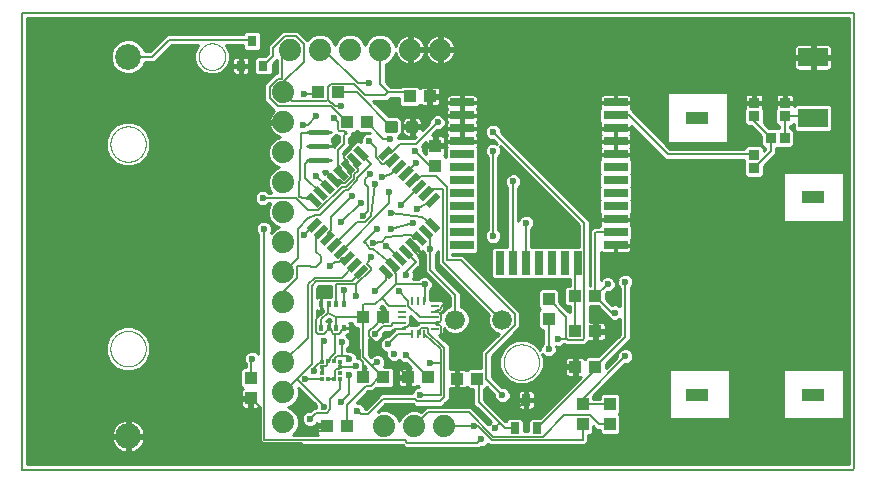
<source format=gtl>
G75*
%MOIN*%
%OFA0B0*%
%FSLAX25Y25*%
%IPPOS*%
%LPD*%
%AMOC8*
5,1,8,0,0,1.08239X$1,22.5*
%
%ADD10C,0.00600*%
%ADD11C,0.00000*%
%ADD12R,0.04331X0.03937*%
%ADD13C,0.01181*%
%ADD14C,0.07400*%
%ADD15R,0.03937X0.04331*%
%ADD16R,0.05000X0.02200*%
%ADD17R,0.02200X0.05000*%
%ADD18R,0.02756X0.01102*%
%ADD19R,0.01102X0.02756*%
%ADD20C,0.01772*%
%ADD21C,0.01000*%
%ADD22R,0.07874X0.02756*%
%ADD23R,0.02756X0.07874*%
%ADD24R,0.03346X0.03543*%
%ADD25R,0.03543X0.03346*%
%ADD26C,0.06600*%
%ADD27R,0.03150X0.03937*%
%ADD28R,0.07677X0.03937*%
%ADD29R,0.09843X0.06299*%
%ADD30C,0.08600*%
%ADD31R,0.03150X0.03543*%
%ADD32R,0.01378X0.01969*%
%ADD33R,0.01772X0.01378*%
%ADD34R,0.01378X0.01772*%
%ADD35C,0.02362*%
%ADD36C,0.01772*%
%ADD37C,0.00787*%
D10*
X0001500Y0002606D02*
X0001500Y0154969D01*
X0279059Y0154969D01*
X0279059Y0003000D01*
X0278665Y0002606D01*
X0001894Y0002606D01*
X0077878Y0026425D02*
X0081117Y0023187D01*
X0081117Y0011996D01*
X0081756Y0011357D01*
X0094718Y0011357D01*
X0097169Y0008906D01*
X0097169Y0015598D02*
X0101697Y0015598D01*
X0103272Y0017173D01*
X0099527Y0021499D02*
X0097563Y0019535D01*
X0099527Y0021499D02*
X0103105Y0021499D01*
X0104261Y0022655D01*
X0104261Y0026233D01*
X0107642Y0029614D01*
X0107642Y0032724D01*
X0105964Y0033015D02*
X0105964Y0035710D01*
X0106428Y0036174D01*
X0107154Y0036174D01*
X0107642Y0036661D01*
X0107642Y0038630D01*
X0105964Y0038999D02*
X0105964Y0039647D01*
X0106718Y0040402D01*
X0108193Y0040402D01*
X0108193Y0045126D01*
X0107340Y0047976D02*
X0105831Y0047976D01*
X0105831Y0041561D01*
X0104153Y0039883D01*
X0104153Y0039157D01*
X0103665Y0038669D01*
X0103335Y0038339D01*
X0103335Y0037613D01*
X0102871Y0037149D01*
X0102145Y0037149D01*
X0101657Y0036661D01*
X0101657Y0034693D01*
X0098801Y0035620D02*
X0098801Y0036500D01*
X0100444Y0038143D01*
X0101170Y0038143D01*
X0101657Y0038630D01*
X0101657Y0044890D01*
X0102287Y0045520D01*
X0102222Y0047976D02*
X0100188Y0047976D01*
X0099724Y0048440D01*
X0099724Y0052768D01*
X0102221Y0055266D01*
X0101205Y0057823D01*
X0103469Y0057528D02*
X0103764Y0057823D01*
X0103469Y0057528D02*
X0103469Y0054969D01*
X0106224Y0053394D01*
X0115280Y0053394D01*
X0115358Y0053315D01*
X0115358Y0057409D01*
X0115673Y0057724D01*
X0119399Y0057724D01*
X0121473Y0059798D01*
X0124020Y0057252D01*
X0128193Y0057252D01*
X0130393Y0057121D02*
X0130393Y0058753D01*
X0127091Y0062055D01*
X0126303Y0064417D02*
X0126198Y0064523D01*
X0121473Y0059798D01*
X0119217Y0062055D02*
X0122860Y0065699D01*
X0122860Y0068570D01*
X0125087Y0069019D02*
X0126198Y0067908D01*
X0126198Y0064523D01*
X0126303Y0064417D02*
X0135752Y0064417D01*
X0135752Y0058906D01*
X0135673Y0058827D01*
X0139217Y0055283D02*
X0139842Y0055909D01*
X0139842Y0055739D01*
X0141387Y0054194D01*
X0141387Y0052436D01*
X0140923Y0051972D01*
X0139842Y0051972D01*
X0139217Y0051346D01*
X0131242Y0051346D01*
X0129899Y0050003D01*
X0128818Y0050003D01*
X0128193Y0049378D01*
X0125472Y0049378D01*
X0122396Y0046302D01*
X0122086Y0046302D01*
X0119728Y0043945D01*
X0130358Y0033315D01*
X0136933Y0033315D02*
X0129453Y0040795D01*
X0123547Y0044339D02*
X0127012Y0047803D01*
X0131736Y0047803D01*
X0133705Y0047803D02*
X0134330Y0047803D01*
X0134330Y0049509D01*
X0134794Y0049973D01*
X0136553Y0049973D01*
X0137017Y0049509D01*
X0137017Y0048092D01*
X0141716Y0043856D01*
X0142016Y0043556D01*
X0142331Y0043272D01*
X0142333Y0043239D01*
X0142356Y0043216D01*
X0142356Y0042792D01*
X0142378Y0042369D01*
X0142356Y0042344D01*
X0142356Y0026957D01*
X0140835Y0025436D01*
X0133360Y0025436D01*
X0132568Y0026228D01*
X0121972Y0026228D01*
X0116854Y0021110D01*
X0114492Y0021110D01*
X0113311Y0022291D01*
X0109965Y0024260D02*
X0116259Y0030554D01*
X0117852Y0030554D01*
X0120612Y0033315D01*
X0122051Y0033315D01*
X0118272Y0037094D01*
X0119610Y0038433D01*
X0120004Y0038433D01*
X0118272Y0037094D02*
X0115358Y0040008D01*
X0115358Y0053315D01*
X0118399Y0049855D02*
X0117243Y0048699D01*
X0117243Y0047065D01*
X0118823Y0045485D01*
X0118823Y0043945D01*
X0119606Y0044728D01*
X0119728Y0043945D02*
X0118823Y0043945D01*
X0119217Y0047882D02*
X0121781Y0050446D01*
X0124437Y0050446D01*
X0125337Y0051346D01*
X0128193Y0051346D01*
X0122051Y0051539D02*
X0122051Y0053315D01*
X0118591Y0049855D01*
X0118399Y0049855D01*
X0112917Y0043945D02*
X0114266Y0042596D01*
X0114266Y0039555D01*
X0115358Y0038463D01*
X0115358Y0033315D01*
X0112327Y0036661D02*
X0107642Y0036661D01*
X0105634Y0038669D02*
X0105964Y0038999D01*
X0108193Y0040402D02*
X0110555Y0040402D01*
X0110555Y0039614D01*
X0112917Y0037252D02*
X0112327Y0036661D01*
X0110555Y0034102D02*
X0110555Y0027803D01*
X0107799Y0025047D01*
X0109965Y0024260D02*
X0109965Y0017173D01*
X0102287Y0023472D02*
X0102287Y0023866D01*
X0093272Y0032882D01*
X0088705Y0028315D01*
X0093272Y0032882D02*
X0098127Y0037737D01*
X0098127Y0063930D01*
X0099683Y0065486D01*
X0111465Y0065486D01*
X0114549Y0068570D01*
X0112322Y0070797D02*
X0108103Y0066578D01*
X0099231Y0066578D01*
X0097035Y0064382D01*
X0097035Y0046645D01*
X0088705Y0038315D01*
X0096062Y0032882D02*
X0096220Y0032724D01*
X0101657Y0032724D01*
X0103665Y0032685D02*
X0105634Y0032685D01*
X0105964Y0033015D01*
X0105831Y0047976D02*
X0105306Y0047976D01*
X0104842Y0048440D01*
X0104842Y0048674D01*
X0104295Y0050049D01*
X0102222Y0047976D01*
X0101205Y0049752D02*
X0101205Y0052705D01*
X0103469Y0054969D01*
X0106224Y0053394D02*
X0106323Y0053295D01*
X0106323Y0049752D01*
X0106224Y0049654D01*
X0104842Y0048674D02*
X0103764Y0049752D01*
X0107340Y0047976D02*
X0107804Y0048440D01*
X0107804Y0048674D01*
X0108882Y0049752D01*
X0108882Y0057823D02*
X0108882Y0062322D01*
X0108980Y0062420D01*
X0106225Y0064394D02*
X0113049Y0064394D01*
X0112917Y0060480D01*
X0113049Y0064394D02*
X0117887Y0069232D01*
X0117887Y0069888D01*
X0116671Y0071104D01*
X0118035Y0073472D01*
X0117612Y0076224D02*
X0118532Y0076224D01*
X0125087Y0070797D01*
X0125087Y0069019D01*
X0129453Y0068354D02*
X0132996Y0071898D01*
X0132895Y0071898D01*
X0129541Y0075251D01*
X0131768Y0075700D02*
X0134088Y0073380D01*
X0134088Y0069231D01*
X0144020Y0059299D01*
X0141387Y0056666D01*
X0141387Y0056373D01*
X0140923Y0055909D01*
X0139842Y0055909D01*
X0139217Y0053315D02*
X0134199Y0053315D01*
X0130393Y0057121D01*
X0139217Y0051346D02*
X0139842Y0050721D01*
X0140923Y0050721D01*
X0141387Y0050257D01*
X0141387Y0047365D01*
X0146382Y0042370D01*
X0141264Y0042764D02*
X0141264Y0038039D01*
X0137720Y0038039D01*
X0141264Y0038039D02*
X0141264Y0027409D01*
X0134177Y0027409D01*
X0136858Y0021665D02*
X0132366Y0017173D01*
X0129193Y0012449D02*
X0082209Y0012449D01*
X0082209Y0082921D01*
X0093626Y0082921D02*
X0093626Y0073079D01*
X0088705Y0068315D01*
X0093305Y0066410D02*
X0093305Y0070624D01*
X0097426Y0070624D01*
X0097755Y0070296D01*
X0099734Y0070296D01*
X0101133Y0071695D01*
X0101133Y0073675D01*
X0099734Y0075074D01*
X0099734Y0080479D01*
X0101187Y0081933D01*
X0103414Y0081331D02*
X0104632Y0082550D01*
X0104632Y0086841D01*
X0111736Y0093945D01*
X0110091Y0095857D02*
X0109317Y0095857D01*
X0101066Y0087605D01*
X0099577Y0087605D01*
X0096776Y0086465D01*
X0093626Y0082921D01*
X0095599Y0080953D02*
X0098806Y0084160D01*
X0098960Y0084160D01*
X0103414Y0081331D02*
X0103414Y0079706D01*
X0105641Y0077478D02*
X0113303Y0085140D01*
X0115977Y0085140D01*
X0118035Y0087199D01*
X0119217Y0097882D01*
X0116943Y0096971D02*
X0116943Y0088897D01*
X0115160Y0087113D01*
X0120004Y0082921D02*
X0115673Y0078591D01*
X0116456Y0077943D01*
X0116456Y0077380D01*
X0117612Y0076224D01*
X0118429Y0078197D02*
X0121442Y0078489D01*
X0123053Y0080099D01*
X0130450Y0080816D01*
X0131107Y0080816D01*
X0132374Y0079548D01*
X0133995Y0079706D01*
X0136223Y0081933D02*
X0137720Y0080435D01*
X0137720Y0076228D01*
X0137720Y0069142D01*
X0145988Y0060874D01*
X0145988Y0052606D01*
X0141264Y0042764D02*
X0135673Y0047803D01*
X0156337Y0041267D02*
X0165936Y0050867D01*
X0165936Y0054346D01*
X0147888Y0072395D01*
X0143251Y0072395D01*
X0143251Y0096804D01*
X0139685Y0100370D01*
X0134613Y0100370D01*
X0133394Y0099152D01*
X0131768Y0099152D01*
X0129541Y0101379D02*
X0129541Y0101514D01*
X0132996Y0104969D01*
X0132602Y0108906D02*
X0137602Y0103906D01*
X0139335Y0103906D01*
X0133995Y0096924D02*
X0127878Y0090795D01*
X0123941Y0091324D02*
X0107868Y0075251D01*
X0108317Y0073024D02*
X0107206Y0071914D01*
X0105847Y0071914D01*
X0104256Y0070323D01*
X0108317Y0073024D02*
X0110095Y0073024D01*
X0122760Y0077016D02*
X0123323Y0077016D01*
X0127314Y0073024D01*
X0131768Y0075700D02*
X0131768Y0077478D01*
X0131815Y0084890D02*
X0124728Y0082921D01*
X0124728Y0088039D02*
X0134965Y0086858D01*
X0138450Y0084160D01*
X0133390Y0089614D02*
X0138450Y0092470D01*
X0136223Y0094697D02*
X0137832Y0096307D01*
X0142051Y0096307D01*
X0142051Y0071898D01*
X0161343Y0052606D01*
X0161736Y0052606D01*
X0177091Y0052803D02*
X0177091Y0042764D01*
X0180240Y0046307D02*
X0182926Y0046307D01*
X0182991Y0046373D01*
X0182991Y0053595D01*
X0177091Y0059496D01*
X0185949Y0060480D02*
X0185949Y0048669D01*
X0183455Y0045909D02*
X0188442Y0045909D01*
X0188985Y0046451D01*
X0188985Y0084806D01*
X0158587Y0115205D01*
X0158587Y0108906D02*
X0158587Y0080559D01*
X0169492Y0084772D02*
X0169610Y0084890D01*
X0169492Y0084772D02*
X0169492Y0071504D01*
X0165161Y0071504D02*
X0165161Y0098551D01*
X0165280Y0098669D01*
X0192642Y0081543D02*
X0192839Y0081740D01*
X0199413Y0081740D01*
X0192642Y0081543D02*
X0192642Y0060480D01*
X0198154Y0054969D01*
X0199138Y0054969D01*
X0192642Y0060480D02*
X0196776Y0064417D01*
X0202681Y0065205D02*
X0202681Y0046898D01*
X0192642Y0036858D01*
X0192642Y0035677D01*
X0173350Y0016386D01*
X0175253Y0013625D02*
X0158626Y0013625D01*
X0150586Y0021665D01*
X0136858Y0021665D01*
X0142366Y0017173D02*
X0152287Y0017173D01*
X0153533Y0017173D01*
X0158174Y0012533D01*
X0188508Y0012533D01*
X0188508Y0017764D01*
X0190804Y0020721D02*
X0182349Y0020721D01*
X0175253Y0013625D01*
X0165870Y0016386D02*
X0162524Y0016386D01*
X0160752Y0018157D01*
X0159374Y0016780D01*
X0159374Y0016386D01*
X0160752Y0018157D02*
X0153862Y0025047D01*
X0153862Y0032331D01*
X0153272Y0032921D01*
X0156337Y0032809D02*
X0156337Y0041267D01*
X0156337Y0032809D02*
X0161736Y0027409D01*
X0157406Y0026622D02*
X0162130Y0021898D01*
X0165673Y0021898D01*
X0169610Y0025835D01*
X0157406Y0026622D02*
X0157012Y0026622D01*
X0146382Y0026622D02*
X0146382Y0032724D01*
X0146579Y0032921D01*
X0137051Y0033315D02*
X0136933Y0033315D01*
X0129193Y0012449D02*
X0130053Y0011589D01*
X0153396Y0011589D01*
X0154650Y0012843D01*
X0188508Y0024457D02*
X0188508Y0026228D01*
X0202681Y0040402D01*
X0183455Y0045909D02*
X0182991Y0046373D01*
X0185949Y0060480D02*
X0185949Y0070638D01*
X0186815Y0071504D01*
X0129453Y0068354D02*
X0129453Y0067567D01*
X0106225Y0064394D02*
X0106323Y0057823D01*
X0093305Y0066410D02*
X0088705Y0061810D01*
X0088705Y0058315D01*
X0078272Y0039614D02*
X0077878Y0039220D01*
X0077878Y0033118D01*
X0107799Y0085283D02*
X0114492Y0091583D01*
X0110091Y0095857D02*
X0113390Y0099156D01*
X0113390Y0099930D01*
X0118035Y0104575D01*
X0114549Y0108060D01*
X0112322Y0105833D02*
X0112322Y0104054D01*
X0113433Y0102944D01*
X0113433Y0102288D01*
X0112298Y0101153D01*
X0112298Y0099608D01*
X0109639Y0096949D01*
X0108094Y0096949D01*
X0100278Y0089132D01*
X0096882Y0089132D01*
X0094314Y0091700D01*
X0094225Y0091700D01*
X0092768Y0093157D01*
X0081815Y0093157D01*
X0094020Y0093551D02*
X0098960Y0092470D01*
X0101187Y0094697D02*
X0095988Y0099896D01*
X0095988Y0104575D01*
X0097091Y0105677D01*
X0100476Y0105677D01*
X0100476Y0110402D02*
X0105358Y0110402D01*
X0107012Y0112055D01*
X0108985Y0111238D02*
X0106758Y0109010D01*
X0106758Y0104268D01*
X0107868Y0103157D01*
X0107868Y0101379D01*
X0110095Y0101827D02*
X0110095Y0103606D01*
X0110095Y0105384D01*
X0108985Y0106495D01*
X0108985Y0107151D01*
X0111343Y0109509D01*
X0111343Y0112055D01*
X0108985Y0111238D02*
X0108985Y0114028D01*
X0109768Y0114811D01*
X0109024Y0115554D01*
X0107353Y0115554D01*
X0106889Y0116018D01*
X0106889Y0118477D01*
X0105437Y0119929D01*
X0104446Y0123715D02*
X0086799Y0123715D01*
X0084105Y0126410D01*
X0084105Y0130220D01*
X0086799Y0132915D01*
X0088305Y0132915D01*
X0088305Y0140002D01*
X0090949Y0142646D01*
X0095441Y0144506D02*
X0092810Y0147138D01*
X0089088Y0147138D01*
X0085257Y0143306D01*
X0085257Y0140497D01*
X0082012Y0137252D01*
X0088705Y0131770D02*
X0095441Y0138507D01*
X0095441Y0144506D01*
X0100949Y0142646D02*
X0102347Y0142646D01*
X0113646Y0131346D01*
X0112609Y0132383D01*
X0112112Y0131183D02*
X0104513Y0131183D01*
X0103424Y0130094D01*
X0103424Y0125974D01*
X0104590Y0124807D01*
X0104899Y0124807D01*
X0105840Y0123866D01*
X0107799Y0123866D01*
X0104446Y0123715D02*
X0109846Y0118315D01*
X0116539Y0118315D02*
X0122012Y0112843D01*
X0124335Y0112843D01*
X0127720Y0111294D02*
X0133023Y0111294D01*
X0140083Y0118354D01*
X0127720Y0111294D02*
X0124486Y0108060D01*
X0122860Y0108060D01*
X0123461Y0105833D02*
X0125087Y0105833D01*
X0123461Y0105833D02*
X0122243Y0104614D01*
X0121497Y0104614D01*
X0119414Y0106697D01*
X0119414Y0109889D01*
X0117248Y0112055D01*
X0124701Y0116898D02*
X0113283Y0128315D01*
X0107051Y0128315D01*
X0103424Y0125974D02*
X0102896Y0125446D01*
X0091573Y0125446D01*
X0088705Y0128315D01*
X0088705Y0131770D01*
X0095594Y0127803D02*
X0099846Y0127803D01*
X0100358Y0128315D01*
X0112112Y0131183D02*
X0115886Y0127409D01*
X0122681Y0127409D01*
X0123705Y0128433D01*
X0120949Y0131189D01*
X0120949Y0142646D01*
X0117248Y0131346D02*
X0113646Y0131346D01*
X0123705Y0128433D02*
X0129413Y0128433D01*
X0130831Y0127016D01*
X0099531Y0120323D02*
X0096776Y0117567D01*
X0095201Y0117567D01*
X0094413Y0114811D02*
X0094020Y0093551D01*
X0099531Y0100638D02*
X0103414Y0096924D01*
X0105641Y0099152D02*
X0107419Y0099152D01*
X0108530Y0098041D01*
X0109186Y0098041D01*
X0111206Y0100061D01*
X0111206Y0100717D01*
X0110095Y0101827D01*
X0116062Y0099487D02*
X0117642Y0100672D01*
X0117642Y0101031D01*
X0116062Y0099487D02*
X0116062Y0097852D01*
X0116943Y0096971D01*
X0121579Y0100244D02*
X0124740Y0101031D01*
X0127314Y0103606D01*
X0118035Y0104575D02*
X0118035Y0104575D01*
X0123941Y0095126D02*
X0123941Y0091324D01*
X0100476Y0115126D02*
X0094413Y0114811D01*
X0050713Y0145913D02*
X0045063Y0140264D01*
X0036933Y0140264D01*
X0050713Y0145913D02*
X0077878Y0145913D01*
X0078272Y0145520D01*
X0199413Y0120717D02*
X0203862Y0120717D01*
X0245594Y0120402D02*
X0245594Y0118827D01*
X0251185Y0113236D01*
X0251185Y0108669D01*
X0245594Y0103079D01*
X0245594Y0107646D02*
X0245516Y0107724D01*
X0255752Y0113236D02*
X0255831Y0113315D01*
X0255831Y0120402D01*
X0262602Y0120402D01*
X0264177Y0118827D01*
X0265280Y0119929D01*
X0264571Y0119220D01*
X0197563Y0024457D02*
X0188508Y0024457D01*
X0190804Y0020721D02*
X0193762Y0017764D01*
X0197563Y0017764D01*
D11*
X0162129Y0038433D02*
X0162131Y0038586D01*
X0162137Y0038740D01*
X0162147Y0038893D01*
X0162161Y0039045D01*
X0162179Y0039198D01*
X0162201Y0039349D01*
X0162226Y0039500D01*
X0162256Y0039651D01*
X0162290Y0039801D01*
X0162327Y0039949D01*
X0162368Y0040097D01*
X0162413Y0040243D01*
X0162462Y0040389D01*
X0162515Y0040533D01*
X0162571Y0040675D01*
X0162631Y0040816D01*
X0162695Y0040956D01*
X0162762Y0041094D01*
X0162833Y0041230D01*
X0162908Y0041364D01*
X0162985Y0041496D01*
X0163067Y0041626D01*
X0163151Y0041754D01*
X0163239Y0041880D01*
X0163330Y0042003D01*
X0163424Y0042124D01*
X0163522Y0042242D01*
X0163622Y0042358D01*
X0163726Y0042471D01*
X0163832Y0042582D01*
X0163941Y0042690D01*
X0164053Y0042795D01*
X0164167Y0042896D01*
X0164285Y0042995D01*
X0164404Y0043091D01*
X0164526Y0043184D01*
X0164651Y0043273D01*
X0164778Y0043360D01*
X0164907Y0043442D01*
X0165038Y0043522D01*
X0165171Y0043598D01*
X0165306Y0043671D01*
X0165443Y0043740D01*
X0165582Y0043805D01*
X0165722Y0043867D01*
X0165864Y0043925D01*
X0166007Y0043980D01*
X0166152Y0044031D01*
X0166298Y0044078D01*
X0166445Y0044121D01*
X0166593Y0044160D01*
X0166742Y0044196D01*
X0166892Y0044227D01*
X0167043Y0044255D01*
X0167194Y0044279D01*
X0167347Y0044299D01*
X0167499Y0044315D01*
X0167652Y0044327D01*
X0167805Y0044335D01*
X0167958Y0044339D01*
X0168112Y0044339D01*
X0168265Y0044335D01*
X0168418Y0044327D01*
X0168571Y0044315D01*
X0168723Y0044299D01*
X0168876Y0044279D01*
X0169027Y0044255D01*
X0169178Y0044227D01*
X0169328Y0044196D01*
X0169477Y0044160D01*
X0169625Y0044121D01*
X0169772Y0044078D01*
X0169918Y0044031D01*
X0170063Y0043980D01*
X0170206Y0043925D01*
X0170348Y0043867D01*
X0170488Y0043805D01*
X0170627Y0043740D01*
X0170764Y0043671D01*
X0170899Y0043598D01*
X0171032Y0043522D01*
X0171163Y0043442D01*
X0171292Y0043360D01*
X0171419Y0043273D01*
X0171544Y0043184D01*
X0171666Y0043091D01*
X0171785Y0042995D01*
X0171903Y0042896D01*
X0172017Y0042795D01*
X0172129Y0042690D01*
X0172238Y0042582D01*
X0172344Y0042471D01*
X0172448Y0042358D01*
X0172548Y0042242D01*
X0172646Y0042124D01*
X0172740Y0042003D01*
X0172831Y0041880D01*
X0172919Y0041754D01*
X0173003Y0041626D01*
X0173085Y0041496D01*
X0173162Y0041364D01*
X0173237Y0041230D01*
X0173308Y0041094D01*
X0173375Y0040956D01*
X0173439Y0040816D01*
X0173499Y0040675D01*
X0173555Y0040533D01*
X0173608Y0040389D01*
X0173657Y0040243D01*
X0173702Y0040097D01*
X0173743Y0039949D01*
X0173780Y0039801D01*
X0173814Y0039651D01*
X0173844Y0039500D01*
X0173869Y0039349D01*
X0173891Y0039198D01*
X0173909Y0039045D01*
X0173923Y0038893D01*
X0173933Y0038740D01*
X0173939Y0038586D01*
X0173941Y0038433D01*
X0173939Y0038280D01*
X0173933Y0038126D01*
X0173923Y0037973D01*
X0173909Y0037821D01*
X0173891Y0037668D01*
X0173869Y0037517D01*
X0173844Y0037366D01*
X0173814Y0037215D01*
X0173780Y0037065D01*
X0173743Y0036917D01*
X0173702Y0036769D01*
X0173657Y0036623D01*
X0173608Y0036477D01*
X0173555Y0036333D01*
X0173499Y0036191D01*
X0173439Y0036050D01*
X0173375Y0035910D01*
X0173308Y0035772D01*
X0173237Y0035636D01*
X0173162Y0035502D01*
X0173085Y0035370D01*
X0173003Y0035240D01*
X0172919Y0035112D01*
X0172831Y0034986D01*
X0172740Y0034863D01*
X0172646Y0034742D01*
X0172548Y0034624D01*
X0172448Y0034508D01*
X0172344Y0034395D01*
X0172238Y0034284D01*
X0172129Y0034176D01*
X0172017Y0034071D01*
X0171903Y0033970D01*
X0171785Y0033871D01*
X0171666Y0033775D01*
X0171544Y0033682D01*
X0171419Y0033593D01*
X0171292Y0033506D01*
X0171163Y0033424D01*
X0171032Y0033344D01*
X0170899Y0033268D01*
X0170764Y0033195D01*
X0170627Y0033126D01*
X0170488Y0033061D01*
X0170348Y0032999D01*
X0170206Y0032941D01*
X0170063Y0032886D01*
X0169918Y0032835D01*
X0169772Y0032788D01*
X0169625Y0032745D01*
X0169477Y0032706D01*
X0169328Y0032670D01*
X0169178Y0032639D01*
X0169027Y0032611D01*
X0168876Y0032587D01*
X0168723Y0032567D01*
X0168571Y0032551D01*
X0168418Y0032539D01*
X0168265Y0032531D01*
X0168112Y0032527D01*
X0167958Y0032527D01*
X0167805Y0032531D01*
X0167652Y0032539D01*
X0167499Y0032551D01*
X0167347Y0032567D01*
X0167194Y0032587D01*
X0167043Y0032611D01*
X0166892Y0032639D01*
X0166742Y0032670D01*
X0166593Y0032706D01*
X0166445Y0032745D01*
X0166298Y0032788D01*
X0166152Y0032835D01*
X0166007Y0032886D01*
X0165864Y0032941D01*
X0165722Y0032999D01*
X0165582Y0033061D01*
X0165443Y0033126D01*
X0165306Y0033195D01*
X0165171Y0033268D01*
X0165038Y0033344D01*
X0164907Y0033424D01*
X0164778Y0033506D01*
X0164651Y0033593D01*
X0164526Y0033682D01*
X0164404Y0033775D01*
X0164285Y0033871D01*
X0164167Y0033970D01*
X0164053Y0034071D01*
X0163941Y0034176D01*
X0163832Y0034284D01*
X0163726Y0034395D01*
X0163622Y0034508D01*
X0163522Y0034624D01*
X0163424Y0034742D01*
X0163330Y0034863D01*
X0163239Y0034986D01*
X0163151Y0035112D01*
X0163067Y0035240D01*
X0162985Y0035370D01*
X0162908Y0035502D01*
X0162833Y0035636D01*
X0162762Y0035772D01*
X0162695Y0035910D01*
X0162631Y0036050D01*
X0162571Y0036191D01*
X0162515Y0036333D01*
X0162462Y0036477D01*
X0162413Y0036623D01*
X0162368Y0036769D01*
X0162327Y0036917D01*
X0162290Y0037065D01*
X0162256Y0037215D01*
X0162226Y0037366D01*
X0162201Y0037517D01*
X0162179Y0037668D01*
X0162161Y0037821D01*
X0162147Y0037973D01*
X0162137Y0038126D01*
X0162131Y0038280D01*
X0162129Y0038433D01*
X0031027Y0042921D02*
X0031029Y0043074D01*
X0031035Y0043228D01*
X0031045Y0043381D01*
X0031059Y0043533D01*
X0031077Y0043686D01*
X0031099Y0043837D01*
X0031124Y0043988D01*
X0031154Y0044139D01*
X0031188Y0044289D01*
X0031225Y0044437D01*
X0031266Y0044585D01*
X0031311Y0044731D01*
X0031360Y0044877D01*
X0031413Y0045021D01*
X0031469Y0045163D01*
X0031529Y0045304D01*
X0031593Y0045444D01*
X0031660Y0045582D01*
X0031731Y0045718D01*
X0031806Y0045852D01*
X0031883Y0045984D01*
X0031965Y0046114D01*
X0032049Y0046242D01*
X0032137Y0046368D01*
X0032228Y0046491D01*
X0032322Y0046612D01*
X0032420Y0046730D01*
X0032520Y0046846D01*
X0032624Y0046959D01*
X0032730Y0047070D01*
X0032839Y0047178D01*
X0032951Y0047283D01*
X0033065Y0047384D01*
X0033183Y0047483D01*
X0033302Y0047579D01*
X0033424Y0047672D01*
X0033549Y0047761D01*
X0033676Y0047848D01*
X0033805Y0047930D01*
X0033936Y0048010D01*
X0034069Y0048086D01*
X0034204Y0048159D01*
X0034341Y0048228D01*
X0034480Y0048293D01*
X0034620Y0048355D01*
X0034762Y0048413D01*
X0034905Y0048468D01*
X0035050Y0048519D01*
X0035196Y0048566D01*
X0035343Y0048609D01*
X0035491Y0048648D01*
X0035640Y0048684D01*
X0035790Y0048715D01*
X0035941Y0048743D01*
X0036092Y0048767D01*
X0036245Y0048787D01*
X0036397Y0048803D01*
X0036550Y0048815D01*
X0036703Y0048823D01*
X0036856Y0048827D01*
X0037010Y0048827D01*
X0037163Y0048823D01*
X0037316Y0048815D01*
X0037469Y0048803D01*
X0037621Y0048787D01*
X0037774Y0048767D01*
X0037925Y0048743D01*
X0038076Y0048715D01*
X0038226Y0048684D01*
X0038375Y0048648D01*
X0038523Y0048609D01*
X0038670Y0048566D01*
X0038816Y0048519D01*
X0038961Y0048468D01*
X0039104Y0048413D01*
X0039246Y0048355D01*
X0039386Y0048293D01*
X0039525Y0048228D01*
X0039662Y0048159D01*
X0039797Y0048086D01*
X0039930Y0048010D01*
X0040061Y0047930D01*
X0040190Y0047848D01*
X0040317Y0047761D01*
X0040442Y0047672D01*
X0040564Y0047579D01*
X0040683Y0047483D01*
X0040801Y0047384D01*
X0040915Y0047283D01*
X0041027Y0047178D01*
X0041136Y0047070D01*
X0041242Y0046959D01*
X0041346Y0046846D01*
X0041446Y0046730D01*
X0041544Y0046612D01*
X0041638Y0046491D01*
X0041729Y0046368D01*
X0041817Y0046242D01*
X0041901Y0046114D01*
X0041983Y0045984D01*
X0042060Y0045852D01*
X0042135Y0045718D01*
X0042206Y0045582D01*
X0042273Y0045444D01*
X0042337Y0045304D01*
X0042397Y0045163D01*
X0042453Y0045021D01*
X0042506Y0044877D01*
X0042555Y0044731D01*
X0042600Y0044585D01*
X0042641Y0044437D01*
X0042678Y0044289D01*
X0042712Y0044139D01*
X0042742Y0043988D01*
X0042767Y0043837D01*
X0042789Y0043686D01*
X0042807Y0043533D01*
X0042821Y0043381D01*
X0042831Y0043228D01*
X0042837Y0043074D01*
X0042839Y0042921D01*
X0042837Y0042768D01*
X0042831Y0042614D01*
X0042821Y0042461D01*
X0042807Y0042309D01*
X0042789Y0042156D01*
X0042767Y0042005D01*
X0042742Y0041854D01*
X0042712Y0041703D01*
X0042678Y0041553D01*
X0042641Y0041405D01*
X0042600Y0041257D01*
X0042555Y0041111D01*
X0042506Y0040965D01*
X0042453Y0040821D01*
X0042397Y0040679D01*
X0042337Y0040538D01*
X0042273Y0040398D01*
X0042206Y0040260D01*
X0042135Y0040124D01*
X0042060Y0039990D01*
X0041983Y0039858D01*
X0041901Y0039728D01*
X0041817Y0039600D01*
X0041729Y0039474D01*
X0041638Y0039351D01*
X0041544Y0039230D01*
X0041446Y0039112D01*
X0041346Y0038996D01*
X0041242Y0038883D01*
X0041136Y0038772D01*
X0041027Y0038664D01*
X0040915Y0038559D01*
X0040801Y0038458D01*
X0040683Y0038359D01*
X0040564Y0038263D01*
X0040442Y0038170D01*
X0040317Y0038081D01*
X0040190Y0037994D01*
X0040061Y0037912D01*
X0039930Y0037832D01*
X0039797Y0037756D01*
X0039662Y0037683D01*
X0039525Y0037614D01*
X0039386Y0037549D01*
X0039246Y0037487D01*
X0039104Y0037429D01*
X0038961Y0037374D01*
X0038816Y0037323D01*
X0038670Y0037276D01*
X0038523Y0037233D01*
X0038375Y0037194D01*
X0038226Y0037158D01*
X0038076Y0037127D01*
X0037925Y0037099D01*
X0037774Y0037075D01*
X0037621Y0037055D01*
X0037469Y0037039D01*
X0037316Y0037027D01*
X0037163Y0037019D01*
X0037010Y0037015D01*
X0036856Y0037015D01*
X0036703Y0037019D01*
X0036550Y0037027D01*
X0036397Y0037039D01*
X0036245Y0037055D01*
X0036092Y0037075D01*
X0035941Y0037099D01*
X0035790Y0037127D01*
X0035640Y0037158D01*
X0035491Y0037194D01*
X0035343Y0037233D01*
X0035196Y0037276D01*
X0035050Y0037323D01*
X0034905Y0037374D01*
X0034762Y0037429D01*
X0034620Y0037487D01*
X0034480Y0037549D01*
X0034341Y0037614D01*
X0034204Y0037683D01*
X0034069Y0037756D01*
X0033936Y0037832D01*
X0033805Y0037912D01*
X0033676Y0037994D01*
X0033549Y0038081D01*
X0033424Y0038170D01*
X0033302Y0038263D01*
X0033183Y0038359D01*
X0033065Y0038458D01*
X0032951Y0038559D01*
X0032839Y0038664D01*
X0032730Y0038772D01*
X0032624Y0038883D01*
X0032520Y0038996D01*
X0032420Y0039112D01*
X0032322Y0039230D01*
X0032228Y0039351D01*
X0032137Y0039474D01*
X0032049Y0039600D01*
X0031965Y0039728D01*
X0031883Y0039858D01*
X0031806Y0039990D01*
X0031731Y0040124D01*
X0031660Y0040260D01*
X0031593Y0040398D01*
X0031529Y0040538D01*
X0031469Y0040679D01*
X0031413Y0040821D01*
X0031360Y0040965D01*
X0031311Y0041111D01*
X0031266Y0041257D01*
X0031225Y0041405D01*
X0031188Y0041553D01*
X0031154Y0041703D01*
X0031124Y0041854D01*
X0031099Y0042005D01*
X0031077Y0042156D01*
X0031059Y0042309D01*
X0031045Y0042461D01*
X0031035Y0042614D01*
X0031029Y0042768D01*
X0031027Y0042921D01*
X0031027Y0111110D02*
X0031029Y0111263D01*
X0031035Y0111417D01*
X0031045Y0111570D01*
X0031059Y0111722D01*
X0031077Y0111875D01*
X0031099Y0112026D01*
X0031124Y0112177D01*
X0031154Y0112328D01*
X0031188Y0112478D01*
X0031225Y0112626D01*
X0031266Y0112774D01*
X0031311Y0112920D01*
X0031360Y0113066D01*
X0031413Y0113210D01*
X0031469Y0113352D01*
X0031529Y0113493D01*
X0031593Y0113633D01*
X0031660Y0113771D01*
X0031731Y0113907D01*
X0031806Y0114041D01*
X0031883Y0114173D01*
X0031965Y0114303D01*
X0032049Y0114431D01*
X0032137Y0114557D01*
X0032228Y0114680D01*
X0032322Y0114801D01*
X0032420Y0114919D01*
X0032520Y0115035D01*
X0032624Y0115148D01*
X0032730Y0115259D01*
X0032839Y0115367D01*
X0032951Y0115472D01*
X0033065Y0115573D01*
X0033183Y0115672D01*
X0033302Y0115768D01*
X0033424Y0115861D01*
X0033549Y0115950D01*
X0033676Y0116037D01*
X0033805Y0116119D01*
X0033936Y0116199D01*
X0034069Y0116275D01*
X0034204Y0116348D01*
X0034341Y0116417D01*
X0034480Y0116482D01*
X0034620Y0116544D01*
X0034762Y0116602D01*
X0034905Y0116657D01*
X0035050Y0116708D01*
X0035196Y0116755D01*
X0035343Y0116798D01*
X0035491Y0116837D01*
X0035640Y0116873D01*
X0035790Y0116904D01*
X0035941Y0116932D01*
X0036092Y0116956D01*
X0036245Y0116976D01*
X0036397Y0116992D01*
X0036550Y0117004D01*
X0036703Y0117012D01*
X0036856Y0117016D01*
X0037010Y0117016D01*
X0037163Y0117012D01*
X0037316Y0117004D01*
X0037469Y0116992D01*
X0037621Y0116976D01*
X0037774Y0116956D01*
X0037925Y0116932D01*
X0038076Y0116904D01*
X0038226Y0116873D01*
X0038375Y0116837D01*
X0038523Y0116798D01*
X0038670Y0116755D01*
X0038816Y0116708D01*
X0038961Y0116657D01*
X0039104Y0116602D01*
X0039246Y0116544D01*
X0039386Y0116482D01*
X0039525Y0116417D01*
X0039662Y0116348D01*
X0039797Y0116275D01*
X0039930Y0116199D01*
X0040061Y0116119D01*
X0040190Y0116037D01*
X0040317Y0115950D01*
X0040442Y0115861D01*
X0040564Y0115768D01*
X0040683Y0115672D01*
X0040801Y0115573D01*
X0040915Y0115472D01*
X0041027Y0115367D01*
X0041136Y0115259D01*
X0041242Y0115148D01*
X0041346Y0115035D01*
X0041446Y0114919D01*
X0041544Y0114801D01*
X0041638Y0114680D01*
X0041729Y0114557D01*
X0041817Y0114431D01*
X0041901Y0114303D01*
X0041983Y0114173D01*
X0042060Y0114041D01*
X0042135Y0113907D01*
X0042206Y0113771D01*
X0042273Y0113633D01*
X0042337Y0113493D01*
X0042397Y0113352D01*
X0042453Y0113210D01*
X0042506Y0113066D01*
X0042555Y0112920D01*
X0042600Y0112774D01*
X0042641Y0112626D01*
X0042678Y0112478D01*
X0042712Y0112328D01*
X0042742Y0112177D01*
X0042767Y0112026D01*
X0042789Y0111875D01*
X0042807Y0111722D01*
X0042821Y0111570D01*
X0042831Y0111417D01*
X0042837Y0111263D01*
X0042839Y0111110D01*
X0042837Y0110957D01*
X0042831Y0110803D01*
X0042821Y0110650D01*
X0042807Y0110498D01*
X0042789Y0110345D01*
X0042767Y0110194D01*
X0042742Y0110043D01*
X0042712Y0109892D01*
X0042678Y0109742D01*
X0042641Y0109594D01*
X0042600Y0109446D01*
X0042555Y0109300D01*
X0042506Y0109154D01*
X0042453Y0109010D01*
X0042397Y0108868D01*
X0042337Y0108727D01*
X0042273Y0108587D01*
X0042206Y0108449D01*
X0042135Y0108313D01*
X0042060Y0108179D01*
X0041983Y0108047D01*
X0041901Y0107917D01*
X0041817Y0107789D01*
X0041729Y0107663D01*
X0041638Y0107540D01*
X0041544Y0107419D01*
X0041446Y0107301D01*
X0041346Y0107185D01*
X0041242Y0107072D01*
X0041136Y0106961D01*
X0041027Y0106853D01*
X0040915Y0106748D01*
X0040801Y0106647D01*
X0040683Y0106548D01*
X0040564Y0106452D01*
X0040442Y0106359D01*
X0040317Y0106270D01*
X0040190Y0106183D01*
X0040061Y0106101D01*
X0039930Y0106021D01*
X0039797Y0105945D01*
X0039662Y0105872D01*
X0039525Y0105803D01*
X0039386Y0105738D01*
X0039246Y0105676D01*
X0039104Y0105618D01*
X0038961Y0105563D01*
X0038816Y0105512D01*
X0038670Y0105465D01*
X0038523Y0105422D01*
X0038375Y0105383D01*
X0038226Y0105347D01*
X0038076Y0105316D01*
X0037925Y0105288D01*
X0037774Y0105264D01*
X0037621Y0105244D01*
X0037469Y0105228D01*
X0037316Y0105216D01*
X0037163Y0105208D01*
X0037010Y0105204D01*
X0036856Y0105204D01*
X0036703Y0105208D01*
X0036550Y0105216D01*
X0036397Y0105228D01*
X0036245Y0105244D01*
X0036092Y0105264D01*
X0035941Y0105288D01*
X0035790Y0105316D01*
X0035640Y0105347D01*
X0035491Y0105383D01*
X0035343Y0105422D01*
X0035196Y0105465D01*
X0035050Y0105512D01*
X0034905Y0105563D01*
X0034762Y0105618D01*
X0034620Y0105676D01*
X0034480Y0105738D01*
X0034341Y0105803D01*
X0034204Y0105872D01*
X0034069Y0105945D01*
X0033936Y0106021D01*
X0033805Y0106101D01*
X0033676Y0106183D01*
X0033549Y0106270D01*
X0033424Y0106359D01*
X0033302Y0106452D01*
X0033183Y0106548D01*
X0033065Y0106647D01*
X0032951Y0106748D01*
X0032839Y0106853D01*
X0032730Y0106961D01*
X0032624Y0107072D01*
X0032520Y0107185D01*
X0032420Y0107301D01*
X0032322Y0107419D01*
X0032228Y0107540D01*
X0032137Y0107663D01*
X0032049Y0107789D01*
X0031965Y0107917D01*
X0031883Y0108047D01*
X0031806Y0108179D01*
X0031731Y0108313D01*
X0031660Y0108449D01*
X0031593Y0108587D01*
X0031529Y0108727D01*
X0031469Y0108868D01*
X0031413Y0109010D01*
X0031360Y0109154D01*
X0031311Y0109300D01*
X0031266Y0109446D01*
X0031225Y0109594D01*
X0031188Y0109742D01*
X0031154Y0109892D01*
X0031124Y0110043D01*
X0031099Y0110194D01*
X0031077Y0110345D01*
X0031059Y0110498D01*
X0031045Y0110650D01*
X0031035Y0110803D01*
X0031029Y0110957D01*
X0031027Y0111110D01*
X0060496Y0140264D02*
X0060498Y0140396D01*
X0060504Y0140529D01*
X0060514Y0140661D01*
X0060528Y0140793D01*
X0060545Y0140924D01*
X0060567Y0141055D01*
X0060593Y0141185D01*
X0060622Y0141314D01*
X0060656Y0141442D01*
X0060693Y0141569D01*
X0060734Y0141695D01*
X0060778Y0141820D01*
X0060827Y0141944D01*
X0060879Y0142065D01*
X0060935Y0142186D01*
X0060994Y0142304D01*
X0061057Y0142421D01*
X0061123Y0142536D01*
X0061193Y0142648D01*
X0061266Y0142759D01*
X0061342Y0142867D01*
X0061421Y0142973D01*
X0061504Y0143077D01*
X0061590Y0143178D01*
X0061678Y0143276D01*
X0061770Y0143372D01*
X0061864Y0143465D01*
X0061961Y0143555D01*
X0062061Y0143643D01*
X0062164Y0143727D01*
X0062268Y0143808D01*
X0062376Y0143886D01*
X0062485Y0143960D01*
X0062597Y0144032D01*
X0062711Y0144100D01*
X0062826Y0144164D01*
X0062944Y0144225D01*
X0063063Y0144283D01*
X0063184Y0144337D01*
X0063307Y0144387D01*
X0063431Y0144433D01*
X0063556Y0144476D01*
X0063683Y0144515D01*
X0063811Y0144551D01*
X0063939Y0144582D01*
X0064069Y0144610D01*
X0064199Y0144633D01*
X0064330Y0144653D01*
X0064462Y0144669D01*
X0064594Y0144681D01*
X0064726Y0144689D01*
X0064859Y0144693D01*
X0064991Y0144693D01*
X0065124Y0144689D01*
X0065256Y0144681D01*
X0065388Y0144669D01*
X0065520Y0144653D01*
X0065651Y0144633D01*
X0065781Y0144610D01*
X0065911Y0144582D01*
X0066039Y0144551D01*
X0066167Y0144515D01*
X0066294Y0144476D01*
X0066419Y0144433D01*
X0066543Y0144387D01*
X0066666Y0144337D01*
X0066787Y0144283D01*
X0066906Y0144225D01*
X0067024Y0144164D01*
X0067140Y0144100D01*
X0067253Y0144032D01*
X0067365Y0143960D01*
X0067474Y0143886D01*
X0067582Y0143808D01*
X0067686Y0143727D01*
X0067789Y0143643D01*
X0067889Y0143555D01*
X0067986Y0143465D01*
X0068080Y0143372D01*
X0068172Y0143276D01*
X0068260Y0143178D01*
X0068346Y0143077D01*
X0068429Y0142973D01*
X0068508Y0142867D01*
X0068584Y0142759D01*
X0068657Y0142648D01*
X0068727Y0142536D01*
X0068793Y0142421D01*
X0068856Y0142304D01*
X0068915Y0142186D01*
X0068971Y0142065D01*
X0069023Y0141944D01*
X0069072Y0141820D01*
X0069116Y0141695D01*
X0069157Y0141569D01*
X0069194Y0141442D01*
X0069228Y0141314D01*
X0069257Y0141185D01*
X0069283Y0141055D01*
X0069305Y0140924D01*
X0069322Y0140793D01*
X0069336Y0140661D01*
X0069346Y0140529D01*
X0069352Y0140396D01*
X0069354Y0140264D01*
X0069352Y0140132D01*
X0069346Y0139999D01*
X0069336Y0139867D01*
X0069322Y0139735D01*
X0069305Y0139604D01*
X0069283Y0139473D01*
X0069257Y0139343D01*
X0069228Y0139214D01*
X0069194Y0139086D01*
X0069157Y0138959D01*
X0069116Y0138833D01*
X0069072Y0138708D01*
X0069023Y0138584D01*
X0068971Y0138463D01*
X0068915Y0138342D01*
X0068856Y0138224D01*
X0068793Y0138107D01*
X0068727Y0137992D01*
X0068657Y0137880D01*
X0068584Y0137769D01*
X0068508Y0137661D01*
X0068429Y0137555D01*
X0068346Y0137451D01*
X0068260Y0137350D01*
X0068172Y0137252D01*
X0068080Y0137156D01*
X0067986Y0137063D01*
X0067889Y0136973D01*
X0067789Y0136885D01*
X0067686Y0136801D01*
X0067582Y0136720D01*
X0067474Y0136642D01*
X0067365Y0136568D01*
X0067253Y0136496D01*
X0067139Y0136428D01*
X0067024Y0136364D01*
X0066906Y0136303D01*
X0066787Y0136245D01*
X0066666Y0136191D01*
X0066543Y0136141D01*
X0066419Y0136095D01*
X0066294Y0136052D01*
X0066167Y0136013D01*
X0066039Y0135977D01*
X0065911Y0135946D01*
X0065781Y0135918D01*
X0065651Y0135895D01*
X0065520Y0135875D01*
X0065388Y0135859D01*
X0065256Y0135847D01*
X0065124Y0135839D01*
X0064991Y0135835D01*
X0064859Y0135835D01*
X0064726Y0135839D01*
X0064594Y0135847D01*
X0064462Y0135859D01*
X0064330Y0135875D01*
X0064199Y0135895D01*
X0064069Y0135918D01*
X0063939Y0135946D01*
X0063811Y0135977D01*
X0063683Y0136013D01*
X0063556Y0136052D01*
X0063431Y0136095D01*
X0063307Y0136141D01*
X0063184Y0136191D01*
X0063063Y0136245D01*
X0062944Y0136303D01*
X0062826Y0136364D01*
X0062710Y0136428D01*
X0062597Y0136496D01*
X0062485Y0136568D01*
X0062376Y0136642D01*
X0062268Y0136720D01*
X0062164Y0136801D01*
X0062061Y0136885D01*
X0061961Y0136973D01*
X0061864Y0137063D01*
X0061770Y0137156D01*
X0061678Y0137252D01*
X0061590Y0137350D01*
X0061504Y0137451D01*
X0061421Y0137555D01*
X0061342Y0137661D01*
X0061266Y0137769D01*
X0061193Y0137880D01*
X0061123Y0137992D01*
X0061057Y0138107D01*
X0060994Y0138224D01*
X0060935Y0138342D01*
X0060879Y0138463D01*
X0060827Y0138584D01*
X0060778Y0138708D01*
X0060734Y0138833D01*
X0060693Y0138959D01*
X0060656Y0139086D01*
X0060622Y0139214D01*
X0060593Y0139343D01*
X0060567Y0139473D01*
X0060545Y0139604D01*
X0060528Y0139735D01*
X0060514Y0139867D01*
X0060504Y0139999D01*
X0060498Y0140132D01*
X0060496Y0140264D01*
D12*
X0100358Y0128315D03*
X0107051Y0128315D03*
X0109846Y0118315D03*
X0116539Y0118315D03*
X0130831Y0127016D03*
X0137524Y0127016D03*
X0185949Y0060480D03*
X0192642Y0060480D03*
X0192642Y0048669D03*
X0185949Y0048669D03*
X0185949Y0036858D03*
X0192642Y0036858D03*
X0153272Y0032921D03*
X0146579Y0032921D03*
X0137051Y0033315D03*
X0130358Y0033315D03*
X0122051Y0033315D03*
X0115358Y0033315D03*
X0109965Y0017173D03*
X0103272Y0017173D03*
X0115358Y0053315D03*
X0122051Y0053315D03*
D13*
X0123323Y0115520D02*
X0123323Y0118276D01*
X0126079Y0118276D01*
X0126079Y0115520D01*
X0123323Y0115520D01*
X0123323Y0116700D02*
X0126079Y0116700D01*
X0126079Y0117880D02*
X0123323Y0117880D01*
X0130228Y0118276D02*
X0130228Y0115520D01*
X0130228Y0118276D02*
X0132984Y0118276D01*
X0132984Y0115520D01*
X0130228Y0115520D01*
X0130228Y0116700D02*
X0132984Y0116700D01*
X0132984Y0117880D02*
X0130228Y0117880D01*
D14*
X0130949Y0142646D03*
X0120949Y0142646D03*
X0110949Y0142646D03*
X0100949Y0142646D03*
X0090949Y0142646D03*
X0088705Y0128315D03*
X0088705Y0118315D03*
X0088705Y0108315D03*
X0088705Y0098315D03*
X0088705Y0088315D03*
X0088705Y0078315D03*
X0088705Y0068315D03*
X0088705Y0058315D03*
X0088705Y0048315D03*
X0088705Y0038315D03*
X0088705Y0028315D03*
X0088705Y0018315D03*
X0122366Y0017173D03*
X0132366Y0017173D03*
X0142366Y0017173D03*
X0140949Y0142646D03*
D15*
X0139335Y0110598D03*
X0139335Y0103906D03*
X0177091Y0059496D03*
X0177091Y0052803D03*
X0188508Y0024457D03*
X0197563Y0024457D03*
X0197563Y0017764D03*
X0188508Y0017764D03*
X0077878Y0026425D03*
X0077878Y0033118D03*
D16*
G36*
X0123849Y0066025D02*
X0120315Y0069559D01*
X0121871Y0071115D01*
X0125405Y0067581D01*
X0123849Y0066025D01*
G37*
G36*
X0126076Y0068252D02*
X0122542Y0071786D01*
X0124098Y0073342D01*
X0127632Y0069808D01*
X0126076Y0068252D01*
G37*
G36*
X0128303Y0070479D02*
X0124769Y0074013D01*
X0126325Y0075569D01*
X0129859Y0072035D01*
X0128303Y0070479D01*
G37*
G36*
X0130530Y0072706D02*
X0126996Y0076240D01*
X0128552Y0077796D01*
X0132086Y0074262D01*
X0130530Y0072706D01*
G37*
G36*
X0132757Y0074933D02*
X0129223Y0078467D01*
X0130779Y0080023D01*
X0134313Y0076489D01*
X0132757Y0074933D01*
G37*
G36*
X0134984Y0077161D02*
X0131450Y0080695D01*
X0133006Y0082251D01*
X0136540Y0078717D01*
X0134984Y0077161D01*
G37*
G36*
X0137212Y0079388D02*
X0133678Y0082922D01*
X0135234Y0084478D01*
X0138768Y0080944D01*
X0137212Y0079388D01*
G37*
G36*
X0139439Y0081615D02*
X0135905Y0085149D01*
X0137461Y0086705D01*
X0140995Y0083171D01*
X0139439Y0081615D01*
G37*
G36*
X0108857Y0098834D02*
X0105323Y0102368D01*
X0106879Y0103924D01*
X0110413Y0100390D01*
X0108857Y0098834D01*
G37*
G36*
X0106630Y0096607D02*
X0103096Y0100141D01*
X0104652Y0101697D01*
X0108186Y0098163D01*
X0106630Y0096607D01*
G37*
G36*
X0104403Y0094379D02*
X0100869Y0097913D01*
X0102425Y0099469D01*
X0105959Y0095935D01*
X0104403Y0094379D01*
G37*
G36*
X0102176Y0092152D02*
X0098642Y0095686D01*
X0100198Y0097242D01*
X0103732Y0093708D01*
X0102176Y0092152D01*
G37*
G36*
X0099949Y0089925D02*
X0096415Y0093459D01*
X0097971Y0095015D01*
X0101505Y0091481D01*
X0099949Y0089925D01*
G37*
G36*
X0111084Y0101061D02*
X0107550Y0104595D01*
X0109106Y0106151D01*
X0112640Y0102617D01*
X0111084Y0101061D01*
G37*
G36*
X0113311Y0103288D02*
X0109777Y0106822D01*
X0111333Y0108378D01*
X0114867Y0104844D01*
X0113311Y0103288D01*
G37*
G36*
X0115538Y0105515D02*
X0112004Y0109049D01*
X0113560Y0110605D01*
X0117094Y0107071D01*
X0115538Y0105515D01*
G37*
D17*
G36*
X0121871Y0105515D02*
X0120315Y0107071D01*
X0123849Y0110605D01*
X0125405Y0109049D01*
X0121871Y0105515D01*
G37*
G36*
X0124098Y0103288D02*
X0122542Y0104844D01*
X0126076Y0108378D01*
X0127632Y0106822D01*
X0124098Y0103288D01*
G37*
G36*
X0126325Y0101061D02*
X0124769Y0102617D01*
X0128303Y0106151D01*
X0129859Y0104595D01*
X0126325Y0101061D01*
G37*
G36*
X0128552Y0098834D02*
X0126996Y0100390D01*
X0130530Y0103924D01*
X0132086Y0102368D01*
X0128552Y0098834D01*
G37*
G36*
X0130779Y0096607D02*
X0129223Y0098163D01*
X0132757Y0101697D01*
X0134313Y0100141D01*
X0130779Y0096607D01*
G37*
G36*
X0133006Y0094379D02*
X0131450Y0095935D01*
X0134984Y0099469D01*
X0136540Y0097913D01*
X0133006Y0094379D01*
G37*
G36*
X0135234Y0092152D02*
X0133678Y0093708D01*
X0137212Y0097242D01*
X0138768Y0095686D01*
X0135234Y0092152D01*
G37*
G36*
X0137461Y0089925D02*
X0135905Y0091481D01*
X0139439Y0095015D01*
X0140995Y0093459D01*
X0137461Y0089925D01*
G37*
G36*
X0109106Y0070479D02*
X0107550Y0072035D01*
X0111084Y0075569D01*
X0112640Y0074013D01*
X0109106Y0070479D01*
G37*
G36*
X0111333Y0068252D02*
X0109777Y0069808D01*
X0113311Y0073342D01*
X0114867Y0071786D01*
X0111333Y0068252D01*
G37*
G36*
X0113560Y0066025D02*
X0112004Y0067581D01*
X0115538Y0071115D01*
X0117094Y0069559D01*
X0113560Y0066025D01*
G37*
G36*
X0106879Y0072706D02*
X0105323Y0074262D01*
X0108857Y0077796D01*
X0110413Y0076240D01*
X0106879Y0072706D01*
G37*
G36*
X0104652Y0074933D02*
X0103096Y0076489D01*
X0106630Y0080023D01*
X0108186Y0078467D01*
X0104652Y0074933D01*
G37*
G36*
X0102425Y0077161D02*
X0100869Y0078717D01*
X0104403Y0082251D01*
X0105959Y0080695D01*
X0102425Y0077161D01*
G37*
G36*
X0100198Y0079388D02*
X0098642Y0080944D01*
X0102176Y0084478D01*
X0103732Y0082922D01*
X0100198Y0079388D01*
G37*
G36*
X0097971Y0081615D02*
X0096415Y0083171D01*
X0099949Y0086705D01*
X0101505Y0085149D01*
X0097971Y0081615D01*
G37*
D18*
X0128193Y0057252D03*
X0128193Y0055283D03*
X0128193Y0053315D03*
X0128193Y0051346D03*
X0128193Y0049378D03*
X0139217Y0049378D03*
X0139217Y0051346D03*
X0139217Y0053315D03*
X0139217Y0055283D03*
X0139217Y0057252D03*
D19*
X0135673Y0058827D03*
X0133705Y0058827D03*
X0131736Y0058827D03*
X0131736Y0047803D03*
X0133705Y0047803D03*
X0135673Y0047803D03*
D20*
X0103340Y0105677D02*
X0097612Y0105677D01*
X0097612Y0110402D02*
X0103340Y0110402D01*
X0103340Y0115126D02*
X0097612Y0115126D01*
D21*
X0096476Y0115126D02*
X0100476Y0115126D01*
X0104476Y0115126D01*
X0106042Y0113863D02*
X0106498Y0113863D01*
X0106607Y0113754D02*
X0107185Y0113754D01*
X0107185Y0111983D01*
X0105514Y0110312D01*
X0105514Y0110402D01*
X0105514Y0110688D01*
X0105366Y0111240D01*
X0105080Y0111736D01*
X0104776Y0112039D01*
X0104776Y0113126D01*
X0105305Y0113126D01*
X0106270Y0114091D01*
X0106607Y0113754D01*
X0107185Y0112865D02*
X0104776Y0112865D01*
X0104949Y0111866D02*
X0107068Y0111866D01*
X0106069Y0110868D02*
X0105466Y0110868D01*
X0105514Y0110402D02*
X0100477Y0110402D01*
X0100477Y0110402D01*
X0105514Y0110402D01*
X0104476Y0110402D02*
X0100476Y0110402D01*
X0096476Y0110402D01*
X0096476Y0105677D02*
X0100476Y0105677D01*
X0104476Y0105677D01*
X0108558Y0107725D02*
X0108558Y0108265D01*
X0110785Y0110492D01*
X0110785Y0113283D01*
X0111568Y0114065D01*
X0111568Y0114846D01*
X0112633Y0114846D01*
X0113193Y0115406D01*
X0113753Y0114846D01*
X0117462Y0114846D01*
X0117573Y0114736D01*
X0116715Y0114736D01*
X0115729Y0114328D01*
X0114975Y0113574D01*
X0114567Y0112588D01*
X0114567Y0111719D01*
X0114181Y0112106D01*
X0112938Y0112106D01*
X0110711Y0109878D01*
X0108558Y0107725D01*
X0108558Y0107872D02*
X0108705Y0107872D01*
X0109164Y0108871D02*
X0109703Y0108871D01*
X0110162Y0109869D02*
X0110702Y0109869D01*
X0110785Y0110868D02*
X0111700Y0110868D01*
X0110785Y0111866D02*
X0112699Y0111866D01*
X0114420Y0111866D02*
X0114567Y0111866D01*
X0114681Y0112865D02*
X0110785Y0112865D01*
X0111366Y0113863D02*
X0115265Y0113863D01*
X0113737Y0114862D02*
X0112648Y0114862D01*
X0122293Y0121851D02*
X0143008Y0121851D01*
X0143008Y0122264D02*
X0143008Y0120906D01*
X0148043Y0120906D01*
X0148043Y0123382D01*
X0148043Y0124858D01*
X0143008Y0124858D01*
X0143008Y0123500D01*
X0143096Y0123172D01*
X0143263Y0122882D01*
X0143096Y0122591D01*
X0143008Y0122264D01*
X0143245Y0122850D02*
X0121294Y0122850D01*
X0120296Y0123848D02*
X0127743Y0123848D01*
X0128044Y0123547D02*
X0133617Y0123547D01*
X0134328Y0124258D01*
X0134328Y0124257D01*
X0134568Y0124017D01*
X0134861Y0123848D01*
X0135189Y0123760D01*
X0137039Y0123760D01*
X0137039Y0126531D01*
X0138008Y0126531D01*
X0138008Y0123760D01*
X0139858Y0123760D01*
X0140186Y0123848D01*
X0140479Y0124017D01*
X0140719Y0124257D01*
X0140889Y0124550D01*
X0140976Y0124878D01*
X0140976Y0126531D01*
X0138008Y0126531D01*
X0138008Y0127500D01*
X0140976Y0127500D01*
X0140976Y0129154D01*
X0140889Y0129481D01*
X0140719Y0129775D01*
X0140479Y0130014D01*
X0140186Y0130184D01*
X0139858Y0130272D01*
X0138008Y0130272D01*
X0138008Y0127500D01*
X0137039Y0127500D01*
X0137039Y0130272D01*
X0135189Y0130272D01*
X0134861Y0130184D01*
X0134568Y0130014D01*
X0134328Y0129775D01*
X0134328Y0129774D01*
X0133617Y0130484D01*
X0128044Y0130484D01*
X0127793Y0130233D01*
X0124450Y0130233D01*
X0122749Y0131935D01*
X0122749Y0137763D01*
X0123894Y0138237D01*
X0125357Y0139700D01*
X0126088Y0141465D01*
X0126327Y0140731D01*
X0126683Y0140032D01*
X0127145Y0139397D01*
X0127700Y0138841D01*
X0128335Y0138380D01*
X0129034Y0138024D01*
X0129781Y0137781D01*
X0130449Y0137675D01*
X0130449Y0142146D01*
X0131449Y0142146D01*
X0131449Y0143146D01*
X0130449Y0143146D01*
X0130449Y0147616D01*
X0129781Y0147510D01*
X0129034Y0147268D01*
X0128335Y0146911D01*
X0127700Y0146450D01*
X0127145Y0145895D01*
X0126683Y0145260D01*
X0126327Y0144560D01*
X0126088Y0143826D01*
X0125357Y0145591D01*
X0123894Y0147054D01*
X0121983Y0147846D01*
X0119914Y0147846D01*
X0118003Y0147054D01*
X0116540Y0145591D01*
X0115949Y0144163D01*
X0115357Y0145591D01*
X0113894Y0147054D01*
X0111983Y0147846D01*
X0109914Y0147846D01*
X0108003Y0147054D01*
X0106540Y0145591D01*
X0105949Y0144163D01*
X0105357Y0145591D01*
X0103894Y0147054D01*
X0101983Y0147846D01*
X0099914Y0147846D01*
X0098003Y0147054D01*
X0096721Y0145772D01*
X0096187Y0146306D01*
X0094610Y0147883D01*
X0093555Y0148938D01*
X0088343Y0148938D01*
X0084511Y0145106D01*
X0083457Y0144052D01*
X0083457Y0141242D01*
X0082738Y0140524D01*
X0079816Y0140524D01*
X0078937Y0139645D01*
X0078937Y0134859D01*
X0079816Y0133980D01*
X0084208Y0133980D01*
X0085087Y0134859D01*
X0085087Y0137781D01*
X0086505Y0139199D01*
X0086505Y0134715D01*
X0086054Y0134715D01*
X0084999Y0133661D01*
X0083359Y0132020D01*
X0082305Y0130966D01*
X0082305Y0125664D01*
X0084999Y0122969D01*
X0085684Y0122285D01*
X0085456Y0122119D01*
X0084901Y0121564D01*
X0084439Y0120929D01*
X0084083Y0120229D01*
X0083840Y0119483D01*
X0083734Y0118815D01*
X0088205Y0118815D01*
X0088205Y0117815D01*
X0083734Y0117815D01*
X0083840Y0117147D01*
X0084083Y0116400D01*
X0084439Y0115701D01*
X0084901Y0115066D01*
X0085456Y0114511D01*
X0086091Y0114049D01*
X0086790Y0113693D01*
X0087524Y0113454D01*
X0085759Y0112723D01*
X0084296Y0111261D01*
X0083505Y0109349D01*
X0083505Y0107281D01*
X0084296Y0105369D01*
X0085759Y0103907D01*
X0087188Y0103315D01*
X0085759Y0102723D01*
X0084296Y0101261D01*
X0083505Y0099349D01*
X0083505Y0097281D01*
X0084296Y0095369D01*
X0084708Y0094957D01*
X0083807Y0094957D01*
X0083334Y0095430D01*
X0082348Y0095839D01*
X0081282Y0095839D01*
X0080296Y0095430D01*
X0079542Y0094676D01*
X0079134Y0093691D01*
X0079134Y0092624D01*
X0079542Y0091639D01*
X0080296Y0090885D01*
X0081282Y0090476D01*
X0082348Y0090476D01*
X0083334Y0090885D01*
X0083807Y0091357D01*
X0084393Y0091357D01*
X0084296Y0091261D01*
X0083505Y0089349D01*
X0083505Y0087281D01*
X0084296Y0085369D01*
X0085759Y0083907D01*
X0087188Y0083315D01*
X0085759Y0082723D01*
X0084512Y0081476D01*
X0084890Y0082388D01*
X0084890Y0083455D01*
X0084482Y0084440D01*
X0083727Y0085194D01*
X0082742Y0085602D01*
X0081675Y0085602D01*
X0080690Y0085194D01*
X0079936Y0084440D01*
X0079528Y0083455D01*
X0079528Y0082388D01*
X0079936Y0081403D01*
X0080409Y0080930D01*
X0080409Y0041269D01*
X0079790Y0041887D01*
X0078805Y0042295D01*
X0077738Y0042295D01*
X0076753Y0041887D01*
X0075999Y0041133D01*
X0075591Y0040147D01*
X0075591Y0039081D01*
X0075999Y0038095D01*
X0076078Y0038016D01*
X0076078Y0036783D01*
X0075288Y0036783D01*
X0074409Y0035905D01*
X0074409Y0030331D01*
X0075120Y0029621D01*
X0075119Y0029621D01*
X0074879Y0029381D01*
X0074710Y0029087D01*
X0074622Y0028760D01*
X0074622Y0026909D01*
X0077394Y0026909D01*
X0077394Y0025941D01*
X0078362Y0025941D01*
X0078362Y0022972D01*
X0080016Y0022972D01*
X0080343Y0023060D01*
X0080409Y0023098D01*
X0080409Y0011703D01*
X0081463Y0010649D01*
X0128448Y0010649D01*
X0129307Y0009789D01*
X0154142Y0009789D01*
X0154514Y0010161D01*
X0155183Y0010161D01*
X0156168Y0010570D01*
X0156880Y0011281D01*
X0157428Y0010733D01*
X0189253Y0010733D01*
X0190308Y0011787D01*
X0190308Y0014098D01*
X0191098Y0014098D01*
X0191976Y0014977D01*
X0191976Y0017004D01*
X0193016Y0015964D01*
X0194094Y0015964D01*
X0194094Y0014977D01*
X0194973Y0014098D01*
X0200153Y0014098D01*
X0201031Y0014977D01*
X0201031Y0020550D01*
X0200472Y0021110D01*
X0201031Y0021670D01*
X0201031Y0027243D01*
X0200153Y0028122D01*
X0194973Y0028122D01*
X0194094Y0027243D01*
X0194094Y0026257D01*
X0191976Y0026257D01*
X0191976Y0027151D01*
X0202546Y0037720D01*
X0203214Y0037720D01*
X0204200Y0038129D01*
X0204954Y0038883D01*
X0205362Y0039868D01*
X0205362Y0040935D01*
X0204954Y0041920D01*
X0204200Y0042674D01*
X0203214Y0043083D01*
X0202148Y0043083D01*
X0201162Y0042674D01*
X0200408Y0041920D01*
X0200000Y0040935D01*
X0200000Y0040266D01*
X0196307Y0036573D01*
X0196307Y0037978D01*
X0204481Y0046152D01*
X0204481Y0063213D01*
X0204954Y0063686D01*
X0205362Y0064671D01*
X0205362Y0065738D01*
X0204954Y0066723D01*
X0204200Y0067478D01*
X0203214Y0067886D01*
X0202148Y0067886D01*
X0201162Y0067478D01*
X0200408Y0066723D01*
X0200000Y0065738D01*
X0200000Y0064671D01*
X0200408Y0063686D01*
X0200881Y0063213D01*
X0200881Y0057017D01*
X0200657Y0057241D01*
X0199671Y0057650D01*
X0198604Y0057650D01*
X0198190Y0057478D01*
X0196307Y0059361D01*
X0196307Y0061485D01*
X0196570Y0061736D01*
X0197309Y0061736D01*
X0198294Y0062144D01*
X0199049Y0062899D01*
X0199457Y0063884D01*
X0199457Y0064951D01*
X0199049Y0065936D01*
X0198294Y0066690D01*
X0197309Y0067098D01*
X0196242Y0067098D01*
X0195257Y0066690D01*
X0194503Y0065936D01*
X0194442Y0065789D01*
X0194442Y0075249D01*
X0194446Y0075241D01*
X0194686Y0075001D01*
X0194979Y0074832D01*
X0195307Y0074744D01*
X0199224Y0074744D01*
X0199224Y0077220D01*
X0199602Y0077220D01*
X0199602Y0074744D01*
X0203520Y0074744D01*
X0203847Y0074832D01*
X0204141Y0075001D01*
X0204381Y0075241D01*
X0204550Y0075535D01*
X0204638Y0075862D01*
X0204638Y0077220D01*
X0199602Y0077220D01*
X0199602Y0077598D01*
X0204638Y0077598D01*
X0204638Y0078957D01*
X0204550Y0079284D01*
X0204493Y0079383D01*
X0204850Y0079741D01*
X0204850Y0083739D01*
X0204493Y0084097D01*
X0204550Y0084196D01*
X0204638Y0084523D01*
X0204638Y0085882D01*
X0199602Y0085882D01*
X0199602Y0086260D01*
X0204638Y0086260D01*
X0204638Y0087618D01*
X0204550Y0087946D01*
X0204493Y0088045D01*
X0204850Y0088402D01*
X0204850Y0092401D01*
X0204684Y0092567D01*
X0204850Y0092733D01*
X0204850Y0096732D01*
X0204684Y0096898D01*
X0204850Y0097064D01*
X0204850Y0101062D01*
X0204684Y0101228D01*
X0204850Y0101394D01*
X0204850Y0105393D01*
X0204493Y0105750D01*
X0204550Y0105850D01*
X0204638Y0106177D01*
X0204638Y0107535D01*
X0199602Y0107535D01*
X0199602Y0107913D01*
X0204638Y0107913D01*
X0204638Y0109272D01*
X0204550Y0109599D01*
X0204382Y0109890D01*
X0204550Y0110180D01*
X0204638Y0110508D01*
X0204638Y0111866D01*
X0199602Y0111866D01*
X0199602Y0109390D01*
X0199602Y0107913D01*
X0199224Y0107913D01*
X0199224Y0107535D01*
X0194189Y0107535D01*
X0194189Y0106177D01*
X0194277Y0105850D01*
X0194334Y0105750D01*
X0193976Y0105393D01*
X0193976Y0101394D01*
X0194142Y0101228D01*
X0193976Y0101062D01*
X0193976Y0097064D01*
X0194142Y0096898D01*
X0193976Y0096732D01*
X0193976Y0092733D01*
X0194142Y0092567D01*
X0193976Y0092401D01*
X0193976Y0088402D01*
X0194334Y0088045D01*
X0194277Y0087946D01*
X0194189Y0087618D01*
X0194189Y0086260D01*
X0199224Y0086260D01*
X0199224Y0085882D01*
X0194189Y0085882D01*
X0194189Y0084523D01*
X0194277Y0084196D01*
X0194334Y0084097D01*
X0193976Y0083739D01*
X0193976Y0083540D01*
X0192093Y0083540D01*
X0191039Y0082486D01*
X0190842Y0082289D01*
X0190842Y0063949D01*
X0190785Y0063949D01*
X0190785Y0085552D01*
X0161268Y0115069D01*
X0161268Y0115738D01*
X0160860Y0116723D01*
X0160105Y0117478D01*
X0159120Y0117886D01*
X0158053Y0117886D01*
X0157068Y0117478D01*
X0156314Y0116723D01*
X0155906Y0115738D01*
X0155906Y0114671D01*
X0156314Y0113686D01*
X0157068Y0112932D01*
X0158053Y0112524D01*
X0158722Y0112524D01*
X0160040Y0111205D01*
X0159120Y0111587D01*
X0158053Y0111587D01*
X0157068Y0111178D01*
X0156314Y0110424D01*
X0155906Y0109439D01*
X0155906Y0108372D01*
X0156314Y0107387D01*
X0156787Y0106914D01*
X0156787Y0082551D01*
X0156314Y0082078D01*
X0155906Y0081092D01*
X0155906Y0080026D01*
X0156314Y0079040D01*
X0157068Y0078286D01*
X0158053Y0077878D01*
X0159120Y0077878D01*
X0160105Y0078286D01*
X0160860Y0079040D01*
X0161268Y0080026D01*
X0161268Y0081092D01*
X0160860Y0082078D01*
X0160387Y0082551D01*
X0160387Y0106914D01*
X0160860Y0107387D01*
X0161268Y0108372D01*
X0161268Y0109439D01*
X0160886Y0110359D01*
X0187185Y0084061D01*
X0187185Y0076941D01*
X0184816Y0076941D01*
X0184650Y0076775D01*
X0184484Y0076941D01*
X0180485Y0076941D01*
X0180319Y0076775D01*
X0180153Y0076941D01*
X0176154Y0076941D01*
X0175988Y0076775D01*
X0175822Y0076941D01*
X0171824Y0076941D01*
X0171657Y0076775D01*
X0171491Y0076941D01*
X0171292Y0076941D01*
X0171292Y0082780D01*
X0171883Y0083371D01*
X0172291Y0084356D01*
X0172291Y0085423D01*
X0171883Y0086408D01*
X0171129Y0087163D01*
X0170144Y0087571D01*
X0169077Y0087571D01*
X0168092Y0087163D01*
X0167337Y0086408D01*
X0166961Y0085501D01*
X0166961Y0096560D01*
X0167552Y0097151D01*
X0167961Y0098136D01*
X0167961Y0099203D01*
X0167552Y0100188D01*
X0166798Y0100942D01*
X0165813Y0101350D01*
X0164746Y0101350D01*
X0163761Y0100942D01*
X0163007Y0100188D01*
X0162598Y0099203D01*
X0162598Y0098136D01*
X0163007Y0097151D01*
X0163361Y0096796D01*
X0163361Y0076941D01*
X0163162Y0076941D01*
X0162996Y0076775D01*
X0162830Y0076941D01*
X0158831Y0076941D01*
X0157953Y0076062D01*
X0157953Y0066946D01*
X0158831Y0066067D01*
X0162830Y0066067D01*
X0162996Y0066233D01*
X0163162Y0066067D01*
X0167161Y0066067D01*
X0167327Y0066233D01*
X0167493Y0066067D01*
X0171491Y0066067D01*
X0171657Y0066233D01*
X0171824Y0066067D01*
X0175822Y0066067D01*
X0175988Y0066233D01*
X0176154Y0066067D01*
X0180153Y0066067D01*
X0180319Y0066233D01*
X0180485Y0066067D01*
X0184149Y0066067D01*
X0184149Y0063949D01*
X0183162Y0063949D01*
X0182283Y0063070D01*
X0182283Y0057890D01*
X0183162Y0057012D01*
X0184149Y0057012D01*
X0184149Y0054983D01*
X0183737Y0055395D01*
X0180559Y0058573D01*
X0180559Y0062283D01*
X0179680Y0063161D01*
X0174501Y0063161D01*
X0173622Y0062283D01*
X0173622Y0056709D01*
X0174182Y0056150D01*
X0173622Y0055590D01*
X0173622Y0050016D01*
X0174501Y0049138D01*
X0175291Y0049138D01*
X0175291Y0044755D01*
X0174818Y0044282D01*
X0174409Y0043297D01*
X0174409Y0042396D01*
X0174314Y0042628D01*
X0172230Y0044711D01*
X0169508Y0045839D01*
X0166562Y0045839D01*
X0163841Y0044711D01*
X0161757Y0042628D01*
X0160630Y0039906D01*
X0160630Y0036960D01*
X0161757Y0034238D01*
X0163841Y0032155D01*
X0166562Y0031028D01*
X0169508Y0031028D01*
X0172230Y0032155D01*
X0174314Y0034238D01*
X0175441Y0036960D01*
X0175441Y0039906D01*
X0174935Y0041128D01*
X0175572Y0040491D01*
X0176557Y0040083D01*
X0177624Y0040083D01*
X0178609Y0040491D01*
X0179363Y0041245D01*
X0179772Y0042230D01*
X0179772Y0043297D01*
X0179621Y0043662D01*
X0179707Y0043626D01*
X0180773Y0043626D01*
X0181759Y0044034D01*
X0182232Y0044507D01*
X0182311Y0044507D01*
X0182710Y0044109D01*
X0189188Y0044109D01*
X0189731Y0044651D01*
X0190493Y0045413D01*
X0192157Y0045413D01*
X0192157Y0048185D01*
X0193126Y0048185D01*
X0193126Y0045413D01*
X0194977Y0045413D01*
X0195304Y0045501D01*
X0195598Y0045671D01*
X0195837Y0045910D01*
X0196007Y0046204D01*
X0196094Y0046531D01*
X0196094Y0048185D01*
X0193126Y0048185D01*
X0193126Y0049154D01*
X0192157Y0049154D01*
X0192157Y0051925D01*
X0190785Y0051925D01*
X0190785Y0057012D01*
X0193565Y0057012D01*
X0196680Y0053897D01*
X0196865Y0053450D01*
X0197619Y0052696D01*
X0198604Y0052287D01*
X0199671Y0052287D01*
X0200657Y0052696D01*
X0200881Y0052920D01*
X0200881Y0047643D01*
X0193565Y0040327D01*
X0189855Y0040327D01*
X0189145Y0039616D01*
X0189144Y0039617D01*
X0188905Y0039857D01*
X0188611Y0040026D01*
X0188284Y0040114D01*
X0186433Y0040114D01*
X0186433Y0037343D01*
X0185465Y0037343D01*
X0185465Y0040114D01*
X0183614Y0040114D01*
X0183287Y0040026D01*
X0182993Y0039857D01*
X0182753Y0039617D01*
X0182584Y0039324D01*
X0182496Y0038996D01*
X0182496Y0037343D01*
X0185464Y0037343D01*
X0185464Y0036374D01*
X0182496Y0036374D01*
X0182496Y0034720D01*
X0182584Y0034393D01*
X0182753Y0034099D01*
X0182993Y0033860D01*
X0183287Y0033690D01*
X0183614Y0033602D01*
X0185465Y0033602D01*
X0185465Y0036374D01*
X0186433Y0036374D01*
X0186433Y0033602D01*
X0188021Y0033602D01*
X0174273Y0019854D01*
X0171154Y0019854D01*
X0170276Y0018976D01*
X0170276Y0015425D01*
X0168945Y0015425D01*
X0168945Y0018976D01*
X0168066Y0019854D01*
X0163674Y0019854D01*
X0162795Y0018976D01*
X0162795Y0018660D01*
X0162552Y0018903D01*
X0162552Y0018903D01*
X0161498Y0019957D01*
X0155662Y0025793D01*
X0155662Y0029453D01*
X0156058Y0029453D01*
X0156603Y0029997D01*
X0159055Y0027545D01*
X0159055Y0026876D01*
X0159463Y0025891D01*
X0160217Y0025137D01*
X0161203Y0024728D01*
X0162270Y0024728D01*
X0163255Y0025137D01*
X0164009Y0025891D01*
X0164417Y0026876D01*
X0164417Y0027943D01*
X0164009Y0028928D01*
X0163255Y0029682D01*
X0162270Y0030091D01*
X0161601Y0030091D01*
X0158137Y0033554D01*
X0158137Y0040522D01*
X0166682Y0049067D01*
X0167736Y0050121D01*
X0167736Y0055092D01*
X0166682Y0056146D01*
X0166682Y0056146D01*
X0148633Y0074195D01*
X0145051Y0074195D01*
X0145051Y0074531D01*
X0152791Y0074531D01*
X0153669Y0075410D01*
X0153669Y0079409D01*
X0153503Y0079575D01*
X0153669Y0079741D01*
X0153669Y0083739D01*
X0153503Y0083906D01*
X0153669Y0084072D01*
X0153669Y0088070D01*
X0153503Y0088236D01*
X0153669Y0088402D01*
X0153669Y0092401D01*
X0153503Y0092567D01*
X0153669Y0092733D01*
X0153669Y0096732D01*
X0153503Y0096898D01*
X0153669Y0097064D01*
X0153669Y0101062D01*
X0153503Y0101228D01*
X0153669Y0101394D01*
X0153669Y0105393D01*
X0153503Y0105559D01*
X0153669Y0105725D01*
X0153669Y0109724D01*
X0153312Y0110081D01*
X0153369Y0110180D01*
X0153457Y0110508D01*
X0153457Y0111866D01*
X0148421Y0111866D01*
X0148421Y0112244D01*
X0148043Y0112244D01*
X0148043Y0111866D01*
X0143008Y0111866D01*
X0143008Y0110508D01*
X0143096Y0110180D01*
X0143153Y0110081D01*
X0142795Y0109724D01*
X0142795Y0106700D01*
X0142093Y0107402D01*
X0142094Y0107403D01*
X0142333Y0107643D01*
X0142503Y0107936D01*
X0142591Y0108264D01*
X0142591Y0110114D01*
X0139819Y0110114D01*
X0139819Y0111083D01*
X0138850Y0111083D01*
X0138850Y0114051D01*
X0138325Y0114051D01*
X0139947Y0115673D01*
X0140616Y0115673D01*
X0141601Y0116081D01*
X0142356Y0116836D01*
X0142764Y0117821D01*
X0142764Y0118888D01*
X0142356Y0119873D01*
X0141601Y0120627D01*
X0140616Y0121035D01*
X0139549Y0121035D01*
X0138564Y0120627D01*
X0137810Y0119873D01*
X0137402Y0118888D01*
X0137402Y0118219D01*
X0134862Y0115679D01*
X0134862Y0116413D01*
X0132091Y0116413D01*
X0132091Y0117382D01*
X0134862Y0117382D01*
X0134862Y0118523D01*
X0134734Y0119000D01*
X0134487Y0119429D01*
X0134137Y0119778D01*
X0133709Y0120026D01*
X0133231Y0120154D01*
X0132091Y0120154D01*
X0132091Y0117382D01*
X0131122Y0117382D01*
X0131122Y0120154D01*
X0129981Y0120154D01*
X0129503Y0120026D01*
X0129075Y0119778D01*
X0128726Y0119429D01*
X0128478Y0119000D01*
X0128350Y0118523D01*
X0128350Y0117382D01*
X0131122Y0117382D01*
X0131122Y0116413D01*
X0132091Y0116413D01*
X0132091Y0113642D01*
X0132825Y0113642D01*
X0132277Y0113094D01*
X0127016Y0113094D01*
X0127016Y0113376D01*
X0126979Y0113464D01*
X0128169Y0114654D01*
X0128169Y0119142D01*
X0126945Y0120366D01*
X0123778Y0120366D01*
X0118535Y0125609D01*
X0123427Y0125609D01*
X0124450Y0126633D01*
X0127165Y0126633D01*
X0127165Y0124426D01*
X0128044Y0123547D01*
X0127165Y0124847D02*
X0119297Y0124847D01*
X0123663Y0125845D02*
X0127165Y0125845D01*
X0123845Y0130838D02*
X0277259Y0130838D01*
X0277259Y0131836D02*
X0122847Y0131836D01*
X0122749Y0132835D02*
X0277259Y0132835D01*
X0277259Y0133834D02*
X0122749Y0133834D01*
X0122749Y0134832D02*
X0277259Y0134832D01*
X0277259Y0135831D02*
X0270994Y0135831D01*
X0270991Y0135828D02*
X0271231Y0136068D01*
X0271400Y0136361D01*
X0271488Y0136689D01*
X0271488Y0139508D01*
X0265780Y0139508D01*
X0265780Y0140508D01*
X0271488Y0140508D01*
X0271488Y0143327D01*
X0271400Y0143654D01*
X0271231Y0143948D01*
X0270991Y0144188D01*
X0270698Y0144357D01*
X0270370Y0144445D01*
X0265779Y0144445D01*
X0265779Y0140508D01*
X0264780Y0140508D01*
X0264780Y0144445D01*
X0260189Y0144445D01*
X0259861Y0144357D01*
X0259568Y0144188D01*
X0259328Y0143948D01*
X0259159Y0143654D01*
X0259071Y0143327D01*
X0259071Y0140508D01*
X0264779Y0140508D01*
X0264779Y0139508D01*
X0259071Y0139508D01*
X0259071Y0136689D01*
X0259159Y0136361D01*
X0259328Y0136068D01*
X0259568Y0135828D01*
X0259861Y0135659D01*
X0260189Y0135571D01*
X0264780Y0135571D01*
X0264780Y0139508D01*
X0265779Y0139508D01*
X0265779Y0135571D01*
X0270370Y0135571D01*
X0270698Y0135659D01*
X0270991Y0135828D01*
X0271488Y0136829D02*
X0277259Y0136829D01*
X0277259Y0137828D02*
X0271488Y0137828D01*
X0271488Y0138826D02*
X0277259Y0138826D01*
X0277259Y0139825D02*
X0265780Y0139825D01*
X0265779Y0140823D02*
X0264780Y0140823D01*
X0264779Y0139825D02*
X0145064Y0139825D01*
X0145214Y0140032D02*
X0145571Y0140731D01*
X0145813Y0141478D01*
X0145919Y0142146D01*
X0141449Y0142146D01*
X0141449Y0143146D01*
X0140449Y0143146D01*
X0140449Y0147616D01*
X0139781Y0147510D01*
X0139034Y0147268D01*
X0138335Y0146911D01*
X0137700Y0146450D01*
X0137145Y0145895D01*
X0136683Y0145260D01*
X0136327Y0144560D01*
X0136084Y0143814D01*
X0135978Y0143146D01*
X0140449Y0143146D01*
X0140449Y0142146D01*
X0135978Y0142146D01*
X0136084Y0141478D01*
X0136327Y0140731D01*
X0136683Y0140032D01*
X0137145Y0139397D01*
X0137700Y0138841D01*
X0138335Y0138380D01*
X0139034Y0138024D01*
X0139781Y0137781D01*
X0140449Y0137675D01*
X0140449Y0142146D01*
X0141449Y0142146D01*
X0141449Y0137675D01*
X0142117Y0137781D01*
X0142863Y0138024D01*
X0143563Y0138380D01*
X0144198Y0138841D01*
X0144753Y0139397D01*
X0145214Y0140032D01*
X0145601Y0140823D02*
X0259071Y0140823D01*
X0259071Y0141822D02*
X0145868Y0141822D01*
X0145919Y0143146D02*
X0141449Y0143146D01*
X0141449Y0147616D01*
X0142117Y0147510D01*
X0142863Y0147268D01*
X0143563Y0146911D01*
X0144198Y0146450D01*
X0144753Y0145895D01*
X0145214Y0145260D01*
X0145571Y0144560D01*
X0145813Y0143814D01*
X0145919Y0143146D01*
X0145812Y0143819D02*
X0259253Y0143819D01*
X0259071Y0142820D02*
X0141449Y0142820D01*
X0141449Y0141822D02*
X0140449Y0141822D01*
X0140449Y0142820D02*
X0131449Y0142820D01*
X0131449Y0143146D02*
X0135919Y0143146D01*
X0135813Y0143814D01*
X0135571Y0144560D01*
X0135214Y0145260D01*
X0134753Y0145895D01*
X0134198Y0146450D01*
X0133563Y0146911D01*
X0132863Y0147268D01*
X0132117Y0147510D01*
X0131449Y0147616D01*
X0131449Y0143146D01*
X0131449Y0143819D02*
X0130449Y0143819D01*
X0130449Y0144817D02*
X0131449Y0144817D01*
X0131449Y0145816D02*
X0130449Y0145816D01*
X0130449Y0146814D02*
X0131449Y0146814D01*
X0133696Y0146814D02*
X0138201Y0146814D01*
X0137087Y0145816D02*
X0134810Y0145816D01*
X0135440Y0144817D02*
X0136458Y0144817D01*
X0136086Y0143819D02*
X0135812Y0143819D01*
X0135919Y0142146D02*
X0131449Y0142146D01*
X0131449Y0137675D01*
X0132117Y0137781D01*
X0132863Y0138024D01*
X0133563Y0138380D01*
X0134198Y0138841D01*
X0134753Y0139397D01*
X0135214Y0140032D01*
X0135571Y0140731D01*
X0135813Y0141478D01*
X0135919Y0142146D01*
X0135868Y0141822D02*
X0136030Y0141822D01*
X0136297Y0140823D02*
X0135601Y0140823D01*
X0135064Y0139825D02*
X0136834Y0139825D01*
X0137721Y0138826D02*
X0134177Y0138826D01*
X0132260Y0137828D02*
X0139638Y0137828D01*
X0140449Y0137828D02*
X0141449Y0137828D01*
X0142260Y0137828D02*
X0259071Y0137828D01*
X0259071Y0138826D02*
X0144177Y0138826D01*
X0141449Y0138826D02*
X0140449Y0138826D01*
X0140449Y0139825D02*
X0141449Y0139825D01*
X0141449Y0140823D02*
X0140449Y0140823D01*
X0140449Y0143819D02*
X0141449Y0143819D01*
X0141449Y0144817D02*
X0140449Y0144817D01*
X0140449Y0145816D02*
X0141449Y0145816D01*
X0141449Y0146814D02*
X0140449Y0146814D01*
X0143696Y0146814D02*
X0277259Y0146814D01*
X0277259Y0145816D02*
X0144810Y0145816D01*
X0145440Y0144817D02*
X0277259Y0144817D01*
X0277259Y0143819D02*
X0271306Y0143819D01*
X0271488Y0142820D02*
X0277259Y0142820D01*
X0277259Y0141822D02*
X0271488Y0141822D01*
X0271488Y0140823D02*
X0277259Y0140823D01*
X0277259Y0147813D02*
X0122063Y0147813D01*
X0119835Y0147813D02*
X0112063Y0147813D01*
X0109835Y0147813D02*
X0102063Y0147813D01*
X0099835Y0147813D02*
X0094680Y0147813D01*
X0093682Y0148811D02*
X0277259Y0148811D01*
X0277259Y0149810D02*
X0003300Y0149810D01*
X0003300Y0150808D02*
X0277259Y0150808D01*
X0277259Y0151807D02*
X0003300Y0151807D01*
X0003300Y0152805D02*
X0277259Y0152805D01*
X0277259Y0153169D02*
X0003300Y0153169D01*
X0003300Y0004406D01*
X0277259Y0004406D01*
X0277259Y0153169D01*
X0265779Y0143819D02*
X0264780Y0143819D01*
X0264780Y0142820D02*
X0265779Y0142820D01*
X0265779Y0141822D02*
X0264780Y0141822D01*
X0264780Y0138826D02*
X0265779Y0138826D01*
X0265779Y0137828D02*
X0264780Y0137828D01*
X0264780Y0136829D02*
X0265779Y0136829D01*
X0265779Y0135831D02*
X0264780Y0135831D01*
X0259565Y0135831D02*
X0122749Y0135831D01*
X0122749Y0136829D02*
X0259071Y0136829D01*
X0257772Y0127929D02*
X0256167Y0127929D01*
X0256167Y0125305D01*
X0255494Y0125305D01*
X0255494Y0124632D01*
X0252772Y0124632D01*
X0252772Y0123126D01*
X0252818Y0122955D01*
X0252559Y0122696D01*
X0252559Y0118107D01*
X0253438Y0117228D01*
X0254031Y0117228D01*
X0254031Y0116508D01*
X0250459Y0116508D01*
X0248863Y0118104D01*
X0248866Y0118107D01*
X0248866Y0122696D01*
X0248608Y0122955D01*
X0248654Y0123126D01*
X0248654Y0124632D01*
X0245931Y0124632D01*
X0245931Y0125305D01*
X0245258Y0125305D01*
X0245258Y0124632D01*
X0242535Y0124632D01*
X0242535Y0123126D01*
X0242581Y0122955D01*
X0242323Y0122696D01*
X0242323Y0118107D01*
X0243202Y0117228D01*
X0244647Y0117228D01*
X0248012Y0113864D01*
X0248012Y0110843D01*
X0248890Y0109965D01*
X0249385Y0109965D01*
X0249385Y0109415D01*
X0248866Y0108896D01*
X0248866Y0109940D01*
X0247987Y0110819D01*
X0243202Y0110819D01*
X0242323Y0109940D01*
X0242323Y0109618D01*
X0217639Y0109618D01*
X0204850Y0122406D01*
X0204850Y0122716D01*
X0204493Y0123073D01*
X0204550Y0123172D01*
X0204638Y0123500D01*
X0204638Y0124858D01*
X0199602Y0124858D01*
X0199602Y0125236D01*
X0199224Y0125236D01*
X0199224Y0124858D01*
X0194189Y0124858D01*
X0194189Y0123500D01*
X0194277Y0123172D01*
X0194334Y0123073D01*
X0193976Y0122716D01*
X0193976Y0118717D01*
X0194334Y0118360D01*
X0194277Y0118261D01*
X0194189Y0117933D01*
X0194189Y0116575D01*
X0199224Y0116575D01*
X0199224Y0116197D01*
X0194189Y0116197D01*
X0194189Y0114838D01*
X0194277Y0114511D01*
X0194444Y0114220D01*
X0194277Y0113930D01*
X0194189Y0113603D01*
X0194189Y0112244D01*
X0199224Y0112244D01*
X0199224Y0111866D01*
X0194189Y0111866D01*
X0194189Y0110508D01*
X0194277Y0110180D01*
X0194444Y0109890D01*
X0194277Y0109599D01*
X0194189Y0109272D01*
X0194189Y0107913D01*
X0199224Y0107913D01*
X0199224Y0111866D01*
X0199602Y0111866D01*
X0199602Y0112244D01*
X0199224Y0112244D01*
X0199224Y0116197D01*
X0199602Y0116197D01*
X0199602Y0113720D01*
X0199602Y0112244D01*
X0204638Y0112244D01*
X0204638Y0113603D01*
X0204550Y0113930D01*
X0204382Y0114220D01*
X0204550Y0114511D01*
X0204638Y0114838D01*
X0204638Y0116197D01*
X0199602Y0116197D01*
X0199602Y0116575D01*
X0204638Y0116575D01*
X0204638Y0117263D01*
X0214961Y0106940D01*
X0216070Y0105831D01*
X0242323Y0105831D01*
X0242323Y0100784D01*
X0243202Y0099906D01*
X0247987Y0099906D01*
X0248866Y0100784D01*
X0248866Y0103805D01*
X0252985Y0107924D01*
X0252985Y0109965D01*
X0258047Y0109965D01*
X0258925Y0110843D01*
X0258925Y0115629D01*
X0258047Y0116508D01*
X0257631Y0116508D01*
X0257631Y0117228D01*
X0258224Y0117228D01*
X0258858Y0117863D01*
X0258858Y0116158D01*
X0259737Y0115280D01*
X0270822Y0115280D01*
X0271701Y0116158D01*
X0271701Y0123700D01*
X0270822Y0124579D01*
X0259737Y0124579D01*
X0258890Y0123732D01*
X0258890Y0124632D01*
X0256167Y0124632D01*
X0256167Y0125305D01*
X0258890Y0125305D01*
X0258890Y0126811D01*
X0258802Y0127139D01*
X0258633Y0127432D01*
X0258393Y0127672D01*
X0258099Y0127841D01*
X0257772Y0127929D01*
X0258095Y0127842D02*
X0277259Y0127842D01*
X0277259Y0126844D02*
X0258881Y0126844D01*
X0258890Y0125845D02*
X0277259Y0125845D01*
X0277259Y0124847D02*
X0256167Y0124847D01*
X0255494Y0124847D02*
X0245931Y0124847D01*
X0245931Y0125305D02*
X0248654Y0125305D01*
X0248654Y0126811D01*
X0248566Y0127139D01*
X0248396Y0127432D01*
X0248157Y0127672D01*
X0247863Y0127841D01*
X0247536Y0127929D01*
X0245931Y0127929D01*
X0245931Y0125305D01*
X0245931Y0125845D02*
X0245258Y0125845D01*
X0245258Y0125305D02*
X0245258Y0127929D01*
X0243653Y0127929D01*
X0243326Y0127841D01*
X0243032Y0127672D01*
X0242793Y0127432D01*
X0242623Y0127139D01*
X0242535Y0126811D01*
X0242535Y0125305D01*
X0245258Y0125305D01*
X0245258Y0124847D02*
X0236896Y0124847D01*
X0236896Y0125845D02*
X0242535Y0125845D01*
X0242544Y0126844D02*
X0236896Y0126844D01*
X0236896Y0127842D02*
X0243330Y0127842D01*
X0245258Y0127842D02*
X0245931Y0127842D01*
X0245931Y0126844D02*
X0245258Y0126844D01*
X0247859Y0127842D02*
X0253566Y0127842D01*
X0253562Y0127841D02*
X0253269Y0127672D01*
X0253029Y0127432D01*
X0252859Y0127139D01*
X0252772Y0126811D01*
X0252772Y0125305D01*
X0255494Y0125305D01*
X0255494Y0127929D01*
X0253890Y0127929D01*
X0253562Y0127841D01*
X0252780Y0126844D02*
X0248645Y0126844D01*
X0248654Y0125845D02*
X0252772Y0125845D01*
X0255494Y0125845D02*
X0256167Y0125845D01*
X0256167Y0126844D02*
X0255494Y0126844D01*
X0255494Y0127842D02*
X0256167Y0127842D01*
X0258890Y0123848D02*
X0259007Y0123848D01*
X0252772Y0123848D02*
X0248654Y0123848D01*
X0248712Y0122850D02*
X0252713Y0122850D01*
X0252559Y0121851D02*
X0248866Y0121851D01*
X0248866Y0120853D02*
X0252559Y0120853D01*
X0252559Y0119854D02*
X0248866Y0119854D01*
X0248866Y0118856D02*
X0252559Y0118856D01*
X0252809Y0117857D02*
X0249110Y0117857D01*
X0250108Y0116859D02*
X0254031Y0116859D01*
X0257631Y0116859D02*
X0258858Y0116859D01*
X0258853Y0117857D02*
X0258858Y0117857D01*
X0258694Y0115860D02*
X0259156Y0115860D01*
X0258925Y0114862D02*
X0277259Y0114862D01*
X0277259Y0115860D02*
X0271403Y0115860D01*
X0271701Y0116859D02*
X0277259Y0116859D01*
X0277259Y0117857D02*
X0271701Y0117857D01*
X0271701Y0118856D02*
X0277259Y0118856D01*
X0277259Y0119854D02*
X0271701Y0119854D01*
X0271701Y0120853D02*
X0277259Y0120853D01*
X0277259Y0121851D02*
X0271701Y0121851D01*
X0271701Y0122850D02*
X0277259Y0122850D01*
X0277259Y0123848D02*
X0271552Y0123848D01*
X0277259Y0128841D02*
X0140976Y0128841D01*
X0140976Y0127842D02*
X0216498Y0127842D01*
X0216498Y0127917D02*
X0216498Y0111941D01*
X0216937Y0111502D01*
X0236456Y0111502D01*
X0236896Y0111941D01*
X0236896Y0127917D01*
X0236456Y0128356D01*
X0235835Y0128356D01*
X0216937Y0128356D01*
X0216498Y0127917D01*
X0216498Y0126844D02*
X0204571Y0126844D01*
X0204550Y0126922D02*
X0204381Y0127216D01*
X0204141Y0127455D01*
X0203847Y0127625D01*
X0203520Y0127713D01*
X0199602Y0127713D01*
X0199602Y0125236D01*
X0204638Y0125236D01*
X0204638Y0126595D01*
X0204550Y0126922D01*
X0204638Y0125845D02*
X0216498Y0125845D01*
X0216498Y0124847D02*
X0204638Y0124847D01*
X0204638Y0123848D02*
X0216498Y0123848D01*
X0216498Y0122850D02*
X0204716Y0122850D01*
X0205405Y0121851D02*
X0216498Y0121851D01*
X0216498Y0120853D02*
X0206404Y0120853D01*
X0207402Y0119854D02*
X0216498Y0119854D01*
X0216498Y0118856D02*
X0208401Y0118856D01*
X0209399Y0117857D02*
X0216498Y0117857D01*
X0216498Y0116859D02*
X0210398Y0116859D01*
X0211397Y0115860D02*
X0216498Y0115860D01*
X0216498Y0114862D02*
X0212395Y0114862D01*
X0213394Y0113863D02*
X0216498Y0113863D01*
X0216498Y0112865D02*
X0214392Y0112865D01*
X0215391Y0111866D02*
X0216573Y0111866D01*
X0216389Y0110868D02*
X0248012Y0110868D01*
X0248012Y0111866D02*
X0236821Y0111866D01*
X0236896Y0112865D02*
X0248012Y0112865D01*
X0248012Y0113863D02*
X0236896Y0113863D01*
X0236896Y0114862D02*
X0247014Y0114862D01*
X0246015Y0115860D02*
X0236896Y0115860D01*
X0236896Y0116859D02*
X0245017Y0116859D01*
X0242573Y0117857D02*
X0236896Y0117857D01*
X0236896Y0118856D02*
X0242323Y0118856D01*
X0242323Y0119854D02*
X0236896Y0119854D01*
X0236896Y0120853D02*
X0242323Y0120853D01*
X0242323Y0121851D02*
X0236896Y0121851D01*
X0236896Y0122850D02*
X0242477Y0122850D01*
X0242535Y0123848D02*
X0236896Y0123848D01*
X0242323Y0109869D02*
X0217388Y0109869D01*
X0215027Y0106874D02*
X0204638Y0106874D01*
X0204557Y0105875D02*
X0216025Y0105875D01*
X0214028Y0107872D02*
X0199602Y0107872D01*
X0199224Y0107872D02*
X0168465Y0107872D01*
X0169463Y0106874D02*
X0194189Y0106874D01*
X0194270Y0105875D02*
X0170462Y0105875D01*
X0171460Y0104877D02*
X0193976Y0104877D01*
X0193976Y0103878D02*
X0172459Y0103878D01*
X0173457Y0102880D02*
X0193976Y0102880D01*
X0193976Y0101881D02*
X0174456Y0101881D01*
X0175454Y0100883D02*
X0193976Y0100883D01*
X0193976Y0099884D02*
X0176453Y0099884D01*
X0177451Y0098886D02*
X0193976Y0098886D01*
X0193976Y0097887D02*
X0178450Y0097887D01*
X0179448Y0096889D02*
X0194133Y0096889D01*
X0193976Y0095890D02*
X0180447Y0095890D01*
X0181445Y0094892D02*
X0193976Y0094892D01*
X0193976Y0093893D02*
X0182444Y0093893D01*
X0183442Y0092895D02*
X0193976Y0092895D01*
X0193976Y0091896D02*
X0184441Y0091896D01*
X0185439Y0090898D02*
X0193976Y0090898D01*
X0193976Y0089899D02*
X0186438Y0089899D01*
X0187436Y0088900D02*
X0193976Y0088900D01*
X0194265Y0087902D02*
X0188435Y0087902D01*
X0189433Y0086903D02*
X0194189Y0086903D01*
X0194189Y0084906D02*
X0190785Y0084906D01*
X0190785Y0083908D02*
X0194145Y0083908D01*
X0191462Y0082909D02*
X0190785Y0082909D01*
X0190785Y0081911D02*
X0190842Y0081911D01*
X0190842Y0080912D02*
X0190785Y0080912D01*
X0190785Y0079914D02*
X0190842Y0079914D01*
X0190842Y0078915D02*
X0190785Y0078915D01*
X0190785Y0077917D02*
X0190842Y0077917D01*
X0190842Y0076918D02*
X0190785Y0076918D01*
X0190785Y0075920D02*
X0190842Y0075920D01*
X0190842Y0074921D02*
X0190785Y0074921D01*
X0190785Y0073923D02*
X0190842Y0073923D01*
X0190842Y0072924D02*
X0190785Y0072924D01*
X0190785Y0071926D02*
X0190842Y0071926D01*
X0190842Y0070927D02*
X0190785Y0070927D01*
X0190785Y0069929D02*
X0190842Y0069929D01*
X0190842Y0068930D02*
X0190785Y0068930D01*
X0190785Y0067932D02*
X0190842Y0067932D01*
X0190842Y0066933D02*
X0190785Y0066933D01*
X0190785Y0065935D02*
X0190842Y0065935D01*
X0190842Y0064936D02*
X0190785Y0064936D01*
X0194442Y0065935D02*
X0194502Y0065935D01*
X0194442Y0066933D02*
X0195844Y0066933D01*
X0194442Y0067932D02*
X0277259Y0067932D01*
X0277259Y0068930D02*
X0194442Y0068930D01*
X0194442Y0069929D02*
X0277259Y0069929D01*
X0277259Y0070927D02*
X0194442Y0070927D01*
X0194442Y0071926D02*
X0277259Y0071926D01*
X0277259Y0072924D02*
X0194442Y0072924D01*
X0194442Y0073923D02*
X0277259Y0073923D01*
X0277259Y0074921D02*
X0204002Y0074921D01*
X0204638Y0075920D02*
X0277259Y0075920D01*
X0277259Y0076918D02*
X0204638Y0076918D01*
X0204638Y0077917D02*
X0277259Y0077917D01*
X0277259Y0078915D02*
X0204638Y0078915D01*
X0204850Y0079914D02*
X0277259Y0079914D01*
X0277259Y0080912D02*
X0204850Y0080912D01*
X0204850Y0081911D02*
X0277259Y0081911D01*
X0277259Y0082909D02*
X0204850Y0082909D01*
X0204682Y0083908D02*
X0277259Y0083908D01*
X0277259Y0084906D02*
X0204638Y0084906D01*
X0204638Y0086903D02*
X0255081Y0086903D01*
X0255081Y0085905D02*
X0199602Y0085905D01*
X0199224Y0085905D02*
X0190432Y0085905D01*
X0187185Y0083908D02*
X0172106Y0083908D01*
X0172291Y0084906D02*
X0186339Y0084906D01*
X0185341Y0085905D02*
X0172092Y0085905D01*
X0171388Y0086903D02*
X0184342Y0086903D01*
X0183344Y0087902D02*
X0166961Y0087902D01*
X0166961Y0088900D02*
X0182345Y0088900D01*
X0181347Y0089899D02*
X0166961Y0089899D01*
X0166961Y0090898D02*
X0180348Y0090898D01*
X0179350Y0091896D02*
X0166961Y0091896D01*
X0166961Y0092895D02*
X0178351Y0092895D01*
X0177353Y0093893D02*
X0166961Y0093893D01*
X0166961Y0094892D02*
X0176354Y0094892D01*
X0175356Y0095890D02*
X0166961Y0095890D01*
X0167290Y0096889D02*
X0174357Y0096889D01*
X0173359Y0097887D02*
X0167858Y0097887D01*
X0167961Y0098886D02*
X0172360Y0098886D01*
X0171362Y0099884D02*
X0167678Y0099884D01*
X0166858Y0100883D02*
X0170363Y0100883D01*
X0169365Y0101881D02*
X0160387Y0101881D01*
X0160387Y0100883D02*
X0163701Y0100883D01*
X0162881Y0099884D02*
X0160387Y0099884D01*
X0160387Y0098886D02*
X0162598Y0098886D01*
X0162702Y0097887D02*
X0160387Y0097887D01*
X0160387Y0096889D02*
X0163269Y0096889D01*
X0163361Y0095890D02*
X0160387Y0095890D01*
X0160387Y0094892D02*
X0163361Y0094892D01*
X0163361Y0093893D02*
X0160387Y0093893D01*
X0160387Y0092895D02*
X0163361Y0092895D01*
X0163361Y0091896D02*
X0160387Y0091896D01*
X0160387Y0090898D02*
X0163361Y0090898D01*
X0163361Y0089899D02*
X0160387Y0089899D01*
X0160387Y0088900D02*
X0163361Y0088900D01*
X0163361Y0087902D02*
X0160387Y0087902D01*
X0160387Y0086903D02*
X0163361Y0086903D01*
X0163361Y0085905D02*
X0160387Y0085905D01*
X0160387Y0084906D02*
X0163361Y0084906D01*
X0163361Y0083908D02*
X0160387Y0083908D01*
X0160387Y0082909D02*
X0163361Y0082909D01*
X0163361Y0081911D02*
X0160929Y0081911D01*
X0161268Y0080912D02*
X0163361Y0080912D01*
X0163361Y0079914D02*
X0161221Y0079914D01*
X0160735Y0078915D02*
X0163361Y0078915D01*
X0163361Y0077917D02*
X0159214Y0077917D01*
X0158809Y0076918D02*
X0153669Y0076918D01*
X0153669Y0075920D02*
X0157953Y0075920D01*
X0157953Y0074921D02*
X0153180Y0074921D01*
X0149903Y0072924D02*
X0157953Y0072924D01*
X0157953Y0071926D02*
X0150902Y0071926D01*
X0151901Y0070927D02*
X0157953Y0070927D01*
X0157953Y0069929D02*
X0152899Y0069929D01*
X0153898Y0068930D02*
X0157953Y0068930D01*
X0157953Y0067932D02*
X0154896Y0067932D01*
X0155895Y0066933D02*
X0157965Y0066933D01*
X0156893Y0065935D02*
X0184149Y0065935D01*
X0184149Y0064936D02*
X0157892Y0064936D01*
X0158890Y0063938D02*
X0183151Y0063938D01*
X0182283Y0062939D02*
X0179903Y0062939D01*
X0180559Y0061941D02*
X0182283Y0061941D01*
X0182283Y0060942D02*
X0180559Y0060942D01*
X0180559Y0059944D02*
X0182283Y0059944D01*
X0182283Y0058945D02*
X0180559Y0058945D01*
X0181186Y0057947D02*
X0182283Y0057947D01*
X0182184Y0056948D02*
X0184149Y0056948D01*
X0184149Y0055950D02*
X0183183Y0055950D01*
X0190785Y0055950D02*
X0194627Y0055950D01*
X0193628Y0056948D02*
X0190785Y0056948D01*
X0196307Y0059944D02*
X0200881Y0059944D01*
X0200881Y0060942D02*
X0196307Y0060942D01*
X0197803Y0061941D02*
X0200881Y0061941D01*
X0200881Y0062939D02*
X0199065Y0062939D01*
X0199457Y0063938D02*
X0200304Y0063938D01*
X0200000Y0064936D02*
X0199457Y0064936D01*
X0199049Y0065935D02*
X0200081Y0065935D01*
X0200618Y0066933D02*
X0197708Y0066933D01*
X0204744Y0066933D02*
X0277259Y0066933D01*
X0277259Y0065935D02*
X0205281Y0065935D01*
X0205362Y0064936D02*
X0277259Y0064936D01*
X0277259Y0063938D02*
X0205058Y0063938D01*
X0204481Y0062939D02*
X0277259Y0062939D01*
X0277259Y0061941D02*
X0204481Y0061941D01*
X0204481Y0060942D02*
X0277259Y0060942D01*
X0277259Y0059944D02*
X0204481Y0059944D01*
X0204481Y0058945D02*
X0277259Y0058945D01*
X0277259Y0057947D02*
X0204481Y0057947D01*
X0204481Y0056948D02*
X0277259Y0056948D01*
X0277259Y0055950D02*
X0204481Y0055950D01*
X0204481Y0054951D02*
X0277259Y0054951D01*
X0277259Y0053953D02*
X0204481Y0053953D01*
X0204481Y0052954D02*
X0277259Y0052954D01*
X0277259Y0051956D02*
X0204481Y0051956D01*
X0204481Y0050957D02*
X0277259Y0050957D01*
X0277259Y0049959D02*
X0204481Y0049959D01*
X0204481Y0048960D02*
X0277259Y0048960D01*
X0277259Y0047962D02*
X0204481Y0047962D01*
X0204481Y0046963D02*
X0277259Y0046963D01*
X0277259Y0045965D02*
X0204294Y0045965D01*
X0203295Y0044966D02*
X0277259Y0044966D01*
X0277259Y0043967D02*
X0202297Y0043967D01*
X0201873Y0042969D02*
X0201298Y0042969D01*
X0200458Y0041970D02*
X0200300Y0041970D01*
X0200015Y0040972D02*
X0199301Y0040972D01*
X0199707Y0039973D02*
X0198302Y0039973D01*
X0198709Y0038975D02*
X0197304Y0038975D01*
X0197710Y0037976D02*
X0196307Y0037976D01*
X0196307Y0036978D02*
X0196712Y0036978D01*
X0199806Y0034981D02*
X0217285Y0034981D01*
X0217285Y0035791D02*
X0217285Y0019815D01*
X0217725Y0019376D01*
X0218346Y0019376D01*
X0237244Y0019376D01*
X0237683Y0019815D01*
X0237683Y0035791D01*
X0237244Y0036230D01*
X0217725Y0036230D01*
X0217285Y0035791D01*
X0217474Y0035979D02*
X0200805Y0035979D01*
X0201803Y0036978D02*
X0277259Y0036978D01*
X0277259Y0037976D02*
X0203832Y0037976D01*
X0204992Y0038975D02*
X0277259Y0038975D01*
X0277259Y0039973D02*
X0205362Y0039973D01*
X0205347Y0040972D02*
X0277259Y0040972D01*
X0277259Y0041970D02*
X0204904Y0041970D01*
X0203489Y0042969D02*
X0277259Y0042969D01*
X0275039Y0036230D02*
X0255520Y0036230D01*
X0255081Y0035791D01*
X0255081Y0019815D01*
X0255520Y0019376D01*
X0256141Y0019376D01*
X0275039Y0019376D01*
X0275478Y0019815D01*
X0275478Y0035791D01*
X0275039Y0036230D01*
X0275290Y0035979D02*
X0277259Y0035979D01*
X0277259Y0034981D02*
X0275478Y0034981D01*
X0275478Y0033982D02*
X0277259Y0033982D01*
X0277259Y0032984D02*
X0275478Y0032984D01*
X0275478Y0031985D02*
X0277259Y0031985D01*
X0277259Y0030987D02*
X0275478Y0030987D01*
X0275478Y0029988D02*
X0277259Y0029988D01*
X0277259Y0028990D02*
X0275478Y0028990D01*
X0275478Y0027991D02*
X0277259Y0027991D01*
X0277259Y0026993D02*
X0275478Y0026993D01*
X0275478Y0025994D02*
X0277259Y0025994D01*
X0277259Y0024996D02*
X0275478Y0024996D01*
X0275478Y0023997D02*
X0277259Y0023997D01*
X0277259Y0022999D02*
X0275478Y0022999D01*
X0275478Y0022000D02*
X0277259Y0022000D01*
X0277259Y0021002D02*
X0275478Y0021002D01*
X0275478Y0020003D02*
X0277259Y0020003D01*
X0277259Y0019005D02*
X0201031Y0019005D01*
X0201031Y0020003D02*
X0217285Y0020003D01*
X0217285Y0021002D02*
X0200580Y0021002D01*
X0201031Y0022000D02*
X0217285Y0022000D01*
X0217285Y0022999D02*
X0201031Y0022999D01*
X0201031Y0023997D02*
X0217285Y0023997D01*
X0217285Y0024996D02*
X0201031Y0024996D01*
X0201031Y0025994D02*
X0217285Y0025994D01*
X0217285Y0026993D02*
X0201031Y0026993D01*
X0200284Y0027991D02*
X0217285Y0027991D01*
X0217285Y0028990D02*
X0193815Y0028990D01*
X0194813Y0029988D02*
X0217285Y0029988D01*
X0217285Y0030987D02*
X0195812Y0030987D01*
X0196810Y0031985D02*
X0217285Y0031985D01*
X0217285Y0032984D02*
X0197809Y0032984D01*
X0198807Y0033982D02*
X0217285Y0033982D01*
X0237495Y0035979D02*
X0255269Y0035979D01*
X0255081Y0034981D02*
X0237683Y0034981D01*
X0237683Y0033982D02*
X0255081Y0033982D01*
X0255081Y0032984D02*
X0237683Y0032984D01*
X0237683Y0031985D02*
X0255081Y0031985D01*
X0255081Y0030987D02*
X0237683Y0030987D01*
X0237683Y0029988D02*
X0255081Y0029988D01*
X0255081Y0028990D02*
X0237683Y0028990D01*
X0237683Y0027991D02*
X0255081Y0027991D01*
X0255081Y0026993D02*
X0237683Y0026993D01*
X0237683Y0025994D02*
X0255081Y0025994D01*
X0255081Y0024996D02*
X0237683Y0024996D01*
X0237683Y0023997D02*
X0255081Y0023997D01*
X0255081Y0022999D02*
X0237683Y0022999D01*
X0237683Y0022000D02*
X0255081Y0022000D01*
X0255081Y0021002D02*
X0237683Y0021002D01*
X0237683Y0020003D02*
X0255081Y0020003D01*
X0277259Y0018006D02*
X0201031Y0018006D01*
X0201031Y0017008D02*
X0277259Y0017008D01*
X0277259Y0016009D02*
X0201031Y0016009D01*
X0201031Y0015011D02*
X0277259Y0015011D01*
X0277259Y0014012D02*
X0190308Y0014012D01*
X0190308Y0013014D02*
X0277259Y0013014D01*
X0277259Y0012015D02*
X0190308Y0012015D01*
X0189537Y0011017D02*
X0277259Y0011017D01*
X0277259Y0010018D02*
X0154371Y0010018D01*
X0156615Y0011017D02*
X0157144Y0011017D01*
X0157040Y0017757D02*
X0151331Y0023465D01*
X0136113Y0023465D01*
X0134546Y0021899D01*
X0133400Y0022373D01*
X0131332Y0022373D01*
X0129421Y0021582D01*
X0127958Y0020119D01*
X0127366Y0018690D01*
X0126774Y0020119D01*
X0125312Y0021582D01*
X0123400Y0022373D01*
X0121332Y0022373D01*
X0120190Y0021900D01*
X0122718Y0024428D01*
X0131822Y0024428D01*
X0132614Y0023636D01*
X0141581Y0023636D01*
X0142635Y0024691D01*
X0144156Y0026211D01*
X0144156Y0029689D01*
X0144244Y0029665D01*
X0146094Y0029665D01*
X0146094Y0032437D01*
X0147063Y0032437D01*
X0147063Y0029665D01*
X0148914Y0029665D01*
X0149241Y0029753D01*
X0149535Y0029923D01*
X0149774Y0030162D01*
X0149775Y0030163D01*
X0150485Y0029453D01*
X0152062Y0029453D01*
X0152062Y0024302D01*
X0153117Y0023247D01*
X0157780Y0018584D01*
X0157101Y0017905D01*
X0157040Y0017757D01*
X0157203Y0018006D02*
X0156791Y0018006D01*
X0157359Y0019005D02*
X0155792Y0019005D01*
X0156361Y0020003D02*
X0154794Y0020003D01*
X0155362Y0021002D02*
X0153795Y0021002D01*
X0154364Y0022000D02*
X0152797Y0022000D01*
X0153365Y0022999D02*
X0151798Y0022999D01*
X0152367Y0023997D02*
X0141942Y0023997D01*
X0142940Y0024996D02*
X0152062Y0024996D01*
X0152062Y0025994D02*
X0143939Y0025994D01*
X0144156Y0026993D02*
X0152062Y0026993D01*
X0152062Y0027991D02*
X0144156Y0027991D01*
X0144156Y0028990D02*
X0152062Y0028990D01*
X0149949Y0029988D02*
X0149600Y0029988D01*
X0147063Y0029988D02*
X0146094Y0029988D01*
X0146094Y0030987D02*
X0147063Y0030987D01*
X0147063Y0031985D02*
X0146094Y0031985D01*
X0146094Y0033406D02*
X0146094Y0036177D01*
X0144244Y0036177D01*
X0144156Y0036154D01*
X0144156Y0041653D01*
X0144214Y0041717D01*
X0144214Y0041717D01*
X0144214Y0041717D01*
X0144175Y0042479D01*
X0144156Y0042840D01*
X0144156Y0043962D01*
X0144094Y0044023D01*
X0144090Y0044110D01*
X0143477Y0044663D01*
X0143475Y0044694D01*
X0142956Y0045162D01*
X0142462Y0045656D01*
X0142408Y0045656D01*
X0140554Y0047327D01*
X0141216Y0047327D01*
X0142094Y0048205D01*
X0142094Y0049712D01*
X0143269Y0048537D01*
X0145033Y0047806D01*
X0146943Y0047806D01*
X0148707Y0048537D01*
X0150057Y0049887D01*
X0150788Y0051652D01*
X0150788Y0053561D01*
X0150057Y0055325D01*
X0148707Y0056676D01*
X0147788Y0057056D01*
X0147788Y0061620D01*
X0139520Y0069887D01*
X0139520Y0074237D01*
X0139993Y0074710D01*
X0140251Y0075332D01*
X0140251Y0071152D01*
X0141306Y0070098D01*
X0157202Y0054202D01*
X0156936Y0053561D01*
X0156936Y0051652D01*
X0157667Y0049887D01*
X0159017Y0048537D01*
X0160462Y0047938D01*
X0154537Y0042013D01*
X0154537Y0040522D01*
X0154537Y0036390D01*
X0150485Y0036390D01*
X0149775Y0035679D01*
X0149774Y0035680D01*
X0149535Y0035920D01*
X0149241Y0036089D01*
X0148914Y0036177D01*
X0147063Y0036177D01*
X0147063Y0033406D01*
X0146094Y0033406D01*
X0146094Y0033982D02*
X0147063Y0033982D01*
X0147063Y0034981D02*
X0146094Y0034981D01*
X0146094Y0035979D02*
X0147063Y0035979D01*
X0149432Y0035979D02*
X0150075Y0035979D01*
X0154537Y0036978D02*
X0144156Y0036978D01*
X0144156Y0037976D02*
X0154537Y0037976D01*
X0154537Y0038975D02*
X0144156Y0038975D01*
X0144156Y0039973D02*
X0154537Y0039973D01*
X0154537Y0040972D02*
X0144156Y0040972D01*
X0144201Y0041970D02*
X0154537Y0041970D01*
X0155493Y0042969D02*
X0144156Y0042969D01*
X0144150Y0043967D02*
X0156492Y0043967D01*
X0157490Y0044966D02*
X0143173Y0044966D01*
X0142065Y0045965D02*
X0158489Y0045965D01*
X0159487Y0046963D02*
X0140958Y0046963D01*
X0141851Y0047962D02*
X0144659Y0047962D01*
X0142846Y0048960D02*
X0142094Y0048960D01*
X0147318Y0047962D02*
X0160407Y0047962D01*
X0158594Y0048960D02*
X0149130Y0048960D01*
X0150087Y0049959D02*
X0157637Y0049959D01*
X0157224Y0050957D02*
X0150501Y0050957D01*
X0150788Y0051956D02*
X0156936Y0051956D01*
X0156936Y0052954D02*
X0150788Y0052954D01*
X0150626Y0053953D02*
X0157098Y0053953D01*
X0156452Y0054951D02*
X0150212Y0054951D01*
X0149433Y0055950D02*
X0155454Y0055950D01*
X0154455Y0056948D02*
X0148049Y0056948D01*
X0147788Y0057947D02*
X0153457Y0057947D01*
X0152458Y0058945D02*
X0147788Y0058945D01*
X0147788Y0059944D02*
X0151460Y0059944D01*
X0150461Y0060942D02*
X0147788Y0060942D01*
X0147467Y0061941D02*
X0149463Y0061941D01*
X0148464Y0062939D02*
X0146469Y0062939D01*
X0147466Y0063938D02*
X0145470Y0063938D01*
X0146467Y0064936D02*
X0144472Y0064936D01*
X0145468Y0065935D02*
X0143473Y0065935D01*
X0144470Y0066933D02*
X0142475Y0066933D01*
X0143471Y0067932D02*
X0141476Y0067932D01*
X0142473Y0068930D02*
X0140478Y0068930D01*
X0139520Y0069929D02*
X0141474Y0069929D01*
X0140476Y0070927D02*
X0139520Y0070927D01*
X0139520Y0071926D02*
X0140251Y0071926D01*
X0140251Y0072924D02*
X0139520Y0072924D01*
X0139520Y0073923D02*
X0140251Y0073923D01*
X0140251Y0074921D02*
X0140081Y0074921D01*
X0135920Y0074237D02*
X0135920Y0068396D01*
X0136975Y0067342D01*
X0144188Y0060128D01*
X0144188Y0057056D01*
X0143269Y0056676D01*
X0141919Y0055325D01*
X0141882Y0055236D01*
X0141882Y0055283D01*
X0141299Y0055283D01*
X0141298Y0055283D01*
X0141299Y0055284D01*
X0141882Y0055284D01*
X0141882Y0055867D01*
X0142094Y0056079D01*
X0142094Y0058424D01*
X0141216Y0059303D01*
X0137724Y0059303D01*
X0137724Y0060826D01*
X0137552Y0060998D01*
X0137552Y0062426D01*
X0138025Y0062899D01*
X0138433Y0063884D01*
X0138433Y0064951D01*
X0138025Y0065936D01*
X0137271Y0066690D01*
X0136285Y0067098D01*
X0135219Y0067098D01*
X0134233Y0066690D01*
X0133760Y0066217D01*
X0131796Y0066217D01*
X0132134Y0067034D01*
X0132134Y0068100D01*
X0132020Y0068376D01*
X0133742Y0070098D01*
X0134796Y0071152D01*
X0134796Y0072643D01*
X0133742Y0073698D01*
X0133641Y0073698D01*
X0133587Y0073751D01*
X0133587Y0073941D01*
X0134411Y0074765D01*
X0131768Y0077408D01*
X0131839Y0077478D01*
X0134482Y0074836D01*
X0135128Y0075482D01*
X0135448Y0074710D01*
X0135920Y0074237D01*
X0135920Y0073923D02*
X0133587Y0073923D01*
X0134255Y0074921D02*
X0134396Y0074921D01*
X0134567Y0074921D02*
X0135360Y0074921D01*
X0135920Y0072924D02*
X0134515Y0072924D01*
X0134796Y0071926D02*
X0135920Y0071926D01*
X0135920Y0070927D02*
X0134571Y0070927D01*
X0133573Y0069929D02*
X0135920Y0069929D01*
X0135920Y0068930D02*
X0132574Y0068930D01*
X0132134Y0067932D02*
X0136385Y0067932D01*
X0136684Y0066933D02*
X0137383Y0066933D01*
X0138025Y0065935D02*
X0138382Y0065935D01*
X0138433Y0064936D02*
X0139380Y0064936D01*
X0138433Y0063938D02*
X0140379Y0063938D01*
X0141377Y0062939D02*
X0138042Y0062939D01*
X0137552Y0061941D02*
X0142376Y0061941D01*
X0143374Y0060942D02*
X0137608Y0060942D01*
X0137724Y0059944D02*
X0144188Y0059944D01*
X0144188Y0058945D02*
X0141574Y0058945D01*
X0142094Y0057947D02*
X0144188Y0057947D01*
X0143927Y0056948D02*
X0142094Y0056948D01*
X0141965Y0055950D02*
X0142543Y0055950D01*
X0133790Y0051515D02*
X0133584Y0051309D01*
X0132956Y0050681D01*
X0132532Y0050681D01*
X0131071Y0050681D01*
X0131071Y0053897D01*
X0133453Y0051515D01*
X0133790Y0051515D01*
X0133584Y0051309D02*
X0133584Y0051309D01*
X0133232Y0050957D02*
X0131071Y0050957D01*
X0131071Y0051956D02*
X0133012Y0051956D01*
X0132014Y0052954D02*
X0131071Y0052954D01*
X0125528Y0048992D02*
X0125528Y0048864D01*
X0123683Y0047020D01*
X0123014Y0047020D01*
X0122029Y0046612D01*
X0121274Y0045857D01*
X0120866Y0044872D01*
X0120866Y0043805D01*
X0121274Y0042820D01*
X0122029Y0042066D01*
X0122838Y0041730D01*
X0122835Y0041722D01*
X0122835Y0040656D01*
X0123243Y0039670D01*
X0123997Y0038916D01*
X0124982Y0038508D01*
X0126049Y0038508D01*
X0127034Y0038916D01*
X0127287Y0039169D01*
X0127934Y0038522D01*
X0128919Y0038114D01*
X0129588Y0038114D01*
X0131132Y0036571D01*
X0130843Y0036571D01*
X0130843Y0033799D01*
X0129874Y0033799D01*
X0129874Y0032831D01*
X0126906Y0032831D01*
X0126906Y0031177D01*
X0126993Y0030850D01*
X0127163Y0030556D01*
X0127402Y0030316D01*
X0127696Y0030147D01*
X0128023Y0030059D01*
X0129874Y0030059D01*
X0129874Y0032831D01*
X0130843Y0032831D01*
X0130843Y0030059D01*
X0132693Y0030059D01*
X0133021Y0030147D01*
X0133314Y0030316D01*
X0133554Y0030556D01*
X0133554Y0030557D01*
X0134020Y0030091D01*
X0133644Y0030091D01*
X0132658Y0029682D01*
X0131904Y0028928D01*
X0131532Y0028028D01*
X0121227Y0028028D01*
X0120172Y0026974D01*
X0116109Y0022910D01*
X0115957Y0022910D01*
X0115584Y0023810D01*
X0114830Y0024564D01*
X0113844Y0024972D01*
X0113223Y0024972D01*
X0117005Y0028754D01*
X0118597Y0028754D01*
X0119689Y0029846D01*
X0124838Y0029846D01*
X0125717Y0030725D01*
X0125717Y0035905D01*
X0124838Y0036783D01*
X0122146Y0036783D01*
X0122277Y0036914D01*
X0122685Y0037900D01*
X0122685Y0038966D01*
X0122277Y0039952D01*
X0121523Y0040706D01*
X0120537Y0041114D01*
X0119471Y0041114D01*
X0118485Y0040706D01*
X0117845Y0040066D01*
X0117158Y0040753D01*
X0117158Y0046149D01*
X0117698Y0045609D01*
X0118683Y0045201D01*
X0119750Y0045201D01*
X0120735Y0045609D01*
X0121489Y0046363D01*
X0121898Y0047349D01*
X0121898Y0048017D01*
X0122527Y0048646D01*
X0125182Y0048646D01*
X0125528Y0048992D01*
X0125528Y0048960D02*
X0125496Y0048960D01*
X0124625Y0047962D02*
X0121898Y0047962D01*
X0121738Y0046963D02*
X0122877Y0046963D01*
X0121382Y0045965D02*
X0121091Y0045965D01*
X0120905Y0044966D02*
X0117158Y0044966D01*
X0117158Y0045965D02*
X0117342Y0045965D01*
X0117158Y0043967D02*
X0120866Y0043967D01*
X0121213Y0042969D02*
X0117158Y0042969D01*
X0117158Y0041970D02*
X0122258Y0041970D01*
X0122835Y0040972D02*
X0120881Y0040972D01*
X0122255Y0039973D02*
X0123117Y0039973D01*
X0122681Y0038975D02*
X0123938Y0038975D01*
X0122685Y0037976D02*
X0129726Y0037976D01*
X0130725Y0036978D02*
X0122303Y0036978D01*
X0125642Y0035979D02*
X0127108Y0035979D01*
X0127163Y0036074D02*
X0126993Y0035780D01*
X0126906Y0035453D01*
X0126906Y0033799D01*
X0129874Y0033799D01*
X0129874Y0036571D01*
X0128023Y0036571D01*
X0127696Y0036483D01*
X0127402Y0036314D01*
X0127163Y0036074D01*
X0126906Y0034981D02*
X0125717Y0034981D01*
X0125717Y0033982D02*
X0126906Y0033982D01*
X0125717Y0032984D02*
X0129874Y0032984D01*
X0129874Y0033982D02*
X0130843Y0033982D01*
X0130843Y0034981D02*
X0129874Y0034981D01*
X0129874Y0035979D02*
X0130843Y0035979D01*
X0130843Y0031985D02*
X0129874Y0031985D01*
X0129874Y0030987D02*
X0130843Y0030987D01*
X0131966Y0028990D02*
X0118833Y0028990D01*
X0120191Y0026993D02*
X0115243Y0026993D01*
X0116242Y0027991D02*
X0121190Y0027991D01*
X0119193Y0025994D02*
X0114245Y0025994D01*
X0113246Y0024996D02*
X0118194Y0024996D01*
X0117196Y0023997D02*
X0115397Y0023997D01*
X0115920Y0022999D02*
X0116197Y0022999D01*
X0120290Y0022000D02*
X0120431Y0022000D01*
X0121288Y0022999D02*
X0135646Y0022999D01*
X0134648Y0022000D02*
X0134301Y0022000D01*
X0132253Y0023997D02*
X0122287Y0023997D01*
X0124301Y0022000D02*
X0130431Y0022000D01*
X0128841Y0021002D02*
X0125892Y0021002D01*
X0126822Y0020003D02*
X0127910Y0020003D01*
X0127496Y0019005D02*
X0127236Y0019005D01*
X0129078Y0010018D02*
X0041085Y0010018D01*
X0041195Y0010128D02*
X0041712Y0010839D01*
X0042111Y0011623D01*
X0042383Y0012459D01*
X0042511Y0013268D01*
X0037433Y0013268D01*
X0037433Y0014268D01*
X0036433Y0014268D01*
X0036433Y0019346D01*
X0035625Y0019218D01*
X0034788Y0018946D01*
X0034005Y0018546D01*
X0033293Y0018030D01*
X0032671Y0017408D01*
X0032154Y0016696D01*
X0031755Y0015913D01*
X0031483Y0015076D01*
X0031355Y0014268D01*
X0036433Y0014268D01*
X0036433Y0013268D01*
X0031355Y0013268D01*
X0031483Y0012459D01*
X0031755Y0011623D01*
X0032154Y0010839D01*
X0032671Y0010128D01*
X0033293Y0009506D01*
X0034005Y0008989D01*
X0034788Y0008590D01*
X0035625Y0008318D01*
X0036433Y0008190D01*
X0036433Y0013268D01*
X0037433Y0013268D01*
X0037433Y0008190D01*
X0038241Y0008318D01*
X0039078Y0008590D01*
X0039862Y0008989D01*
X0040573Y0009506D01*
X0041195Y0010128D01*
X0041802Y0011017D02*
X0081095Y0011017D01*
X0080409Y0012015D02*
X0042239Y0012015D01*
X0042471Y0013014D02*
X0080409Y0013014D01*
X0080409Y0014012D02*
X0037433Y0014012D01*
X0037433Y0014268D02*
X0042511Y0014268D01*
X0042383Y0015076D01*
X0042111Y0015913D01*
X0041712Y0016696D01*
X0041195Y0017408D01*
X0040573Y0018030D01*
X0039862Y0018546D01*
X0039078Y0018946D01*
X0038241Y0019218D01*
X0037433Y0019346D01*
X0037433Y0014268D01*
X0037433Y0015011D02*
X0036433Y0015011D01*
X0036433Y0016009D02*
X0037433Y0016009D01*
X0037433Y0017008D02*
X0036433Y0017008D01*
X0036433Y0018006D02*
X0037433Y0018006D01*
X0037433Y0019005D02*
X0036433Y0019005D01*
X0034970Y0019005D02*
X0003300Y0019005D01*
X0003300Y0020003D02*
X0080409Y0020003D01*
X0080409Y0019005D02*
X0038896Y0019005D01*
X0040596Y0018006D02*
X0080409Y0018006D01*
X0080409Y0017008D02*
X0041486Y0017008D01*
X0042062Y0016009D02*
X0080409Y0016009D01*
X0080409Y0015011D02*
X0042393Y0015011D01*
X0037433Y0013014D02*
X0036433Y0013014D01*
X0036433Y0014012D02*
X0003300Y0014012D01*
X0003300Y0013014D02*
X0031395Y0013014D01*
X0031628Y0012015D02*
X0003300Y0012015D01*
X0003300Y0011017D02*
X0032064Y0011017D01*
X0032781Y0010018D02*
X0003300Y0010018D01*
X0003300Y0009020D02*
X0033962Y0009020D01*
X0036433Y0009020D02*
X0037433Y0009020D01*
X0037433Y0010018D02*
X0036433Y0010018D01*
X0036433Y0011017D02*
X0037433Y0011017D01*
X0037433Y0012015D02*
X0036433Y0012015D01*
X0039904Y0009020D02*
X0277259Y0009020D01*
X0277259Y0008021D02*
X0003300Y0008021D01*
X0003300Y0007023D02*
X0277259Y0007023D01*
X0277259Y0006024D02*
X0003300Y0006024D01*
X0003300Y0005026D02*
X0277259Y0005026D01*
X0200881Y0047962D02*
X0196094Y0047962D01*
X0196094Y0046963D02*
X0200201Y0046963D01*
X0199202Y0045965D02*
X0195869Y0045965D01*
X0197205Y0043967D02*
X0181598Y0043967D01*
X0179772Y0042969D02*
X0196207Y0042969D01*
X0195208Y0041970D02*
X0179664Y0041970D01*
X0179090Y0040972D02*
X0194210Y0040972D01*
X0189502Y0039973D02*
X0188703Y0039973D01*
X0186433Y0039973D02*
X0185465Y0039973D01*
X0185465Y0038975D02*
X0186433Y0038975D01*
X0186433Y0037976D02*
X0185465Y0037976D01*
X0185464Y0036978D02*
X0175441Y0036978D01*
X0175441Y0037976D02*
X0182496Y0037976D01*
X0182496Y0038975D02*
X0175441Y0038975D01*
X0175413Y0039973D02*
X0183195Y0039973D01*
X0182496Y0035979D02*
X0175035Y0035979D01*
X0174621Y0034981D02*
X0182496Y0034981D01*
X0182870Y0033982D02*
X0174058Y0033982D01*
X0173059Y0032984D02*
X0187403Y0032984D01*
X0186433Y0033982D02*
X0185465Y0033982D01*
X0185465Y0034981D02*
X0186433Y0034981D01*
X0186433Y0035979D02*
X0185465Y0035979D01*
X0186404Y0031985D02*
X0171821Y0031985D01*
X0171355Y0029091D02*
X0169898Y0029091D01*
X0169898Y0026122D01*
X0172472Y0026122D01*
X0172472Y0027973D01*
X0172385Y0028300D01*
X0172215Y0028594D01*
X0171976Y0028833D01*
X0171682Y0029003D01*
X0171355Y0029091D01*
X0171704Y0028990D02*
X0183409Y0028990D01*
X0184407Y0029988D02*
X0162516Y0029988D01*
X0163947Y0028990D02*
X0167516Y0028990D01*
X0167539Y0029003D02*
X0167245Y0028833D01*
X0167005Y0028594D01*
X0166836Y0028300D01*
X0166748Y0027973D01*
X0166748Y0026122D01*
X0169323Y0026122D01*
X0169323Y0029091D01*
X0167866Y0029091D01*
X0167539Y0029003D01*
X0166753Y0027991D02*
X0164397Y0027991D01*
X0164417Y0026993D02*
X0166748Y0026993D01*
X0166748Y0025547D02*
X0166748Y0023697D01*
X0166836Y0023369D01*
X0167005Y0023076D01*
X0167245Y0022836D01*
X0167539Y0022666D01*
X0167866Y0022579D01*
X0169323Y0022579D01*
X0169323Y0025547D01*
X0169898Y0025547D01*
X0169898Y0026122D01*
X0169323Y0026122D01*
X0169323Y0025547D01*
X0166748Y0025547D01*
X0166748Y0024996D02*
X0162915Y0024996D01*
X0164052Y0025994D02*
X0169323Y0025994D01*
X0169898Y0025994D02*
X0180413Y0025994D01*
X0179415Y0024996D02*
X0172472Y0024996D01*
X0172472Y0025547D02*
X0169898Y0025547D01*
X0169898Y0022579D01*
X0171355Y0022579D01*
X0171682Y0022666D01*
X0171976Y0022836D01*
X0172215Y0023076D01*
X0172385Y0023369D01*
X0172472Y0023697D01*
X0172472Y0025547D01*
X0172472Y0026993D02*
X0181412Y0026993D01*
X0182410Y0027991D02*
X0172467Y0027991D01*
X0169898Y0027991D02*
X0169323Y0027991D01*
X0169323Y0026993D02*
X0169898Y0026993D01*
X0169898Y0028990D02*
X0169323Y0028990D01*
X0169323Y0024996D02*
X0169898Y0024996D01*
X0169898Y0023997D02*
X0169323Y0023997D01*
X0169323Y0022999D02*
X0169898Y0022999D01*
X0172138Y0022999D02*
X0177418Y0022999D01*
X0178416Y0023997D02*
X0172472Y0023997D01*
X0175421Y0021002D02*
X0160453Y0021002D01*
X0159455Y0022000D02*
X0176419Y0022000D01*
X0174422Y0020003D02*
X0161452Y0020003D01*
X0162450Y0019005D02*
X0162824Y0019005D01*
X0167082Y0022999D02*
X0158456Y0022999D01*
X0157458Y0023997D02*
X0166748Y0023997D01*
X0168916Y0019005D02*
X0170305Y0019005D01*
X0170276Y0018006D02*
X0168945Y0018006D01*
X0168945Y0017008D02*
X0170276Y0017008D01*
X0170276Y0016009D02*
X0168945Y0016009D01*
X0160557Y0024996D02*
X0156459Y0024996D01*
X0155662Y0025994D02*
X0159420Y0025994D01*
X0159055Y0026993D02*
X0155662Y0026993D01*
X0155662Y0027991D02*
X0158609Y0027991D01*
X0157610Y0028990D02*
X0155662Y0028990D01*
X0156594Y0029988D02*
X0156612Y0029988D01*
X0159706Y0031985D02*
X0164250Y0031985D01*
X0163012Y0032984D02*
X0158707Y0032984D01*
X0158137Y0033982D02*
X0162013Y0033982D01*
X0161450Y0034981D02*
X0158137Y0034981D01*
X0158137Y0035979D02*
X0161036Y0035979D01*
X0160630Y0036978D02*
X0158137Y0036978D01*
X0158137Y0037976D02*
X0160630Y0037976D01*
X0160630Y0038975D02*
X0158137Y0038975D01*
X0158137Y0039973D02*
X0160658Y0039973D01*
X0161071Y0040972D02*
X0158587Y0040972D01*
X0159586Y0041970D02*
X0161485Y0041970D01*
X0162098Y0042969D02*
X0160584Y0042969D01*
X0161583Y0043967D02*
X0163097Y0043967D01*
X0162581Y0044966D02*
X0164456Y0044966D01*
X0163580Y0045965D02*
X0175291Y0045965D01*
X0175291Y0046963D02*
X0164578Y0046963D01*
X0165577Y0047962D02*
X0175291Y0047962D01*
X0175291Y0048960D02*
X0166575Y0048960D01*
X0166682Y0049067D02*
X0166682Y0049067D01*
X0167574Y0049959D02*
X0173680Y0049959D01*
X0173622Y0050957D02*
X0167736Y0050957D01*
X0167736Y0051956D02*
X0173622Y0051956D01*
X0173622Y0052954D02*
X0167736Y0052954D01*
X0167736Y0053953D02*
X0173622Y0053953D01*
X0173622Y0054951D02*
X0167736Y0054951D01*
X0166878Y0055950D02*
X0173982Y0055950D01*
X0173622Y0056948D02*
X0165880Y0056948D01*
X0164881Y0057947D02*
X0173622Y0057947D01*
X0173622Y0058945D02*
X0163883Y0058945D01*
X0162884Y0059944D02*
X0173622Y0059944D01*
X0173622Y0060942D02*
X0161886Y0060942D01*
X0160887Y0061941D02*
X0173622Y0061941D01*
X0174279Y0062939D02*
X0159889Y0062939D01*
X0157953Y0073923D02*
X0148905Y0073923D01*
X0153669Y0077917D02*
X0157959Y0077917D01*
X0156439Y0078915D02*
X0153669Y0078915D01*
X0153669Y0079914D02*
X0155952Y0079914D01*
X0155906Y0080912D02*
X0153669Y0080912D01*
X0153669Y0081911D02*
X0156245Y0081911D01*
X0156787Y0082909D02*
X0153669Y0082909D01*
X0153506Y0083908D02*
X0156787Y0083908D01*
X0156787Y0084906D02*
X0153669Y0084906D01*
X0153669Y0085905D02*
X0156787Y0085905D01*
X0156787Y0086903D02*
X0153669Y0086903D01*
X0153669Y0087902D02*
X0156787Y0087902D01*
X0156787Y0088900D02*
X0153669Y0088900D01*
X0153669Y0089899D02*
X0156787Y0089899D01*
X0156787Y0090898D02*
X0153669Y0090898D01*
X0153669Y0091896D02*
X0156787Y0091896D01*
X0156787Y0092895D02*
X0153669Y0092895D01*
X0153669Y0093893D02*
X0156787Y0093893D01*
X0156787Y0094892D02*
X0153669Y0094892D01*
X0153669Y0095890D02*
X0156787Y0095890D01*
X0156787Y0096889D02*
X0153512Y0096889D01*
X0153669Y0097887D02*
X0156787Y0097887D01*
X0156787Y0098886D02*
X0153669Y0098886D01*
X0153669Y0099884D02*
X0156787Y0099884D01*
X0156787Y0100883D02*
X0153669Y0100883D01*
X0153669Y0101881D02*
X0156787Y0101881D01*
X0156787Y0102880D02*
X0153669Y0102880D01*
X0153669Y0103878D02*
X0156787Y0103878D01*
X0156787Y0104877D02*
X0153669Y0104877D01*
X0153669Y0105875D02*
X0156787Y0105875D01*
X0156787Y0106874D02*
X0153669Y0106874D01*
X0153669Y0107872D02*
X0156113Y0107872D01*
X0155906Y0108871D02*
X0153669Y0108871D01*
X0153524Y0109869D02*
X0156084Y0109869D01*
X0156757Y0110868D02*
X0153457Y0110868D01*
X0153457Y0112244D02*
X0153457Y0113603D01*
X0153369Y0113930D01*
X0153201Y0114220D01*
X0153369Y0114511D01*
X0153457Y0114838D01*
X0153457Y0116197D01*
X0148421Y0116197D01*
X0148421Y0112244D01*
X0153457Y0112244D01*
X0153457Y0112865D02*
X0157230Y0112865D01*
X0156240Y0113863D02*
X0153387Y0113863D01*
X0153457Y0114862D02*
X0155906Y0114862D01*
X0155956Y0115860D02*
X0153457Y0115860D01*
X0153457Y0116575D02*
X0153457Y0117933D01*
X0153369Y0118261D01*
X0153201Y0118551D01*
X0153369Y0118842D01*
X0153457Y0119169D01*
X0153457Y0120528D01*
X0148421Y0120528D01*
X0148421Y0120906D01*
X0148043Y0120906D01*
X0148043Y0120528D01*
X0143008Y0120528D01*
X0143008Y0119169D01*
X0143096Y0118842D01*
X0143263Y0118551D01*
X0143096Y0118261D01*
X0143008Y0117933D01*
X0143008Y0116575D01*
X0148043Y0116575D01*
X0148043Y0116197D01*
X0143008Y0116197D01*
X0143008Y0114838D01*
X0143096Y0114511D01*
X0143263Y0114220D01*
X0143096Y0113930D01*
X0143008Y0113603D01*
X0143008Y0112244D01*
X0148043Y0112244D01*
X0148043Y0114720D01*
X0148043Y0116197D01*
X0148421Y0116197D01*
X0148421Y0116575D01*
X0148043Y0116575D01*
X0148043Y0119051D01*
X0148043Y0120527D01*
X0148421Y0120527D01*
X0148421Y0116575D01*
X0153457Y0116575D01*
X0153457Y0116859D02*
X0156449Y0116859D01*
X0157985Y0117857D02*
X0153457Y0117857D01*
X0153373Y0118856D02*
X0193976Y0118856D01*
X0193976Y0119854D02*
X0153457Y0119854D01*
X0153457Y0120906D02*
X0153457Y0122264D01*
X0153369Y0122591D01*
X0153201Y0122882D01*
X0153369Y0123172D01*
X0153457Y0123500D01*
X0153457Y0124858D01*
X0148421Y0124858D01*
X0148421Y0120906D01*
X0153457Y0120906D01*
X0153457Y0121851D02*
X0193976Y0121851D01*
X0193976Y0120853D02*
X0148421Y0120853D01*
X0148043Y0120853D02*
X0141057Y0120853D01*
X0142363Y0119854D02*
X0143008Y0119854D01*
X0143092Y0118856D02*
X0142764Y0118856D01*
X0142764Y0117857D02*
X0143008Y0117857D01*
X0143008Y0116859D02*
X0142365Y0116859D01*
X0143008Y0115860D02*
X0141068Y0115860D01*
X0141473Y0114051D02*
X0139819Y0114051D01*
X0139819Y0111083D01*
X0142591Y0111083D01*
X0142591Y0112933D01*
X0142503Y0113261D01*
X0142333Y0113554D01*
X0142094Y0113794D01*
X0141800Y0113963D01*
X0141473Y0114051D01*
X0141974Y0113863D02*
X0143078Y0113863D01*
X0143008Y0112865D02*
X0142591Y0112865D01*
X0142591Y0111866D02*
X0148043Y0111866D01*
X0148421Y0111866D02*
X0159380Y0111866D01*
X0161089Y0109869D02*
X0161377Y0109869D01*
X0161268Y0108871D02*
X0162375Y0108871D01*
X0163374Y0107872D02*
X0161061Y0107872D01*
X0160387Y0106874D02*
X0164372Y0106874D01*
X0165371Y0105875D02*
X0160387Y0105875D01*
X0160387Y0104877D02*
X0166369Y0104877D01*
X0167368Y0103878D02*
X0160387Y0103878D01*
X0160387Y0102880D02*
X0168366Y0102880D01*
X0167466Y0108871D02*
X0194189Y0108871D01*
X0194433Y0109869D02*
X0166468Y0109869D01*
X0165469Y0110868D02*
X0194189Y0110868D01*
X0194189Y0112865D02*
X0163472Y0112865D01*
X0162474Y0113863D02*
X0194259Y0113863D01*
X0194189Y0114862D02*
X0161475Y0114862D01*
X0161217Y0115860D02*
X0194189Y0115860D01*
X0194189Y0116859D02*
X0160724Y0116859D01*
X0159189Y0117857D02*
X0194189Y0117857D01*
X0199224Y0115860D02*
X0199602Y0115860D01*
X0199602Y0114862D02*
X0199224Y0114862D01*
X0199224Y0113863D02*
X0199602Y0113863D01*
X0199602Y0112865D02*
X0199224Y0112865D01*
X0199224Y0111866D02*
X0164471Y0111866D01*
X0148421Y0112865D02*
X0148043Y0112865D01*
X0148043Y0113863D02*
X0148421Y0113863D01*
X0148421Y0114862D02*
X0148043Y0114862D01*
X0148043Y0115860D02*
X0148421Y0115860D01*
X0148421Y0116859D02*
X0148043Y0116859D01*
X0148043Y0117857D02*
X0148421Y0117857D01*
X0148421Y0118856D02*
X0148043Y0118856D01*
X0148043Y0119854D02*
X0148421Y0119854D01*
X0148421Y0121851D02*
X0148043Y0121851D01*
X0148043Y0122850D02*
X0148421Y0122850D01*
X0148421Y0123848D02*
X0148043Y0123848D01*
X0148043Y0124847D02*
X0148421Y0124847D01*
X0148421Y0124858D02*
X0148043Y0124858D01*
X0148043Y0125236D01*
X0143008Y0125236D01*
X0143008Y0126595D01*
X0143096Y0126922D01*
X0143265Y0127216D01*
X0143505Y0127455D01*
X0143798Y0127625D01*
X0144126Y0127713D01*
X0148043Y0127713D01*
X0148043Y0125236D01*
X0148421Y0125236D01*
X0148421Y0127713D01*
X0152339Y0127713D01*
X0152666Y0127625D01*
X0152960Y0127455D01*
X0153199Y0127216D01*
X0153369Y0126922D01*
X0153457Y0126595D01*
X0153457Y0125236D01*
X0148421Y0125236D01*
X0148421Y0124858D01*
X0148421Y0125845D02*
X0148043Y0125845D01*
X0148043Y0126844D02*
X0148421Y0126844D01*
X0153390Y0126844D02*
X0194256Y0126844D01*
X0194277Y0126922D02*
X0194189Y0126595D01*
X0194189Y0125236D01*
X0199224Y0125236D01*
X0199224Y0127713D01*
X0195307Y0127713D01*
X0194979Y0127625D01*
X0194686Y0127455D01*
X0194446Y0127216D01*
X0194277Y0126922D01*
X0194189Y0125845D02*
X0153457Y0125845D01*
X0153457Y0124847D02*
X0194189Y0124847D01*
X0194189Y0123848D02*
X0153457Y0123848D01*
X0153220Y0122850D02*
X0194110Y0122850D01*
X0199224Y0125845D02*
X0199602Y0125845D01*
X0199602Y0126844D02*
X0199224Y0126844D01*
X0204638Y0116859D02*
X0205042Y0116859D01*
X0204638Y0115860D02*
X0206040Y0115860D01*
X0207039Y0114862D02*
X0204638Y0114862D01*
X0204568Y0113863D02*
X0208037Y0113863D01*
X0209036Y0112865D02*
X0204638Y0112865D01*
X0204638Y0110868D02*
X0211033Y0110868D01*
X0210034Y0111866D02*
X0199602Y0111866D01*
X0199602Y0110868D02*
X0199224Y0110868D01*
X0199224Y0109869D02*
X0199602Y0109869D01*
X0199602Y0108871D02*
X0199224Y0108871D01*
X0204394Y0109869D02*
X0212031Y0109869D01*
X0213030Y0108871D02*
X0204638Y0108871D01*
X0204850Y0104877D02*
X0242323Y0104877D01*
X0242323Y0103878D02*
X0204850Y0103878D01*
X0204850Y0102880D02*
X0242323Y0102880D01*
X0242323Y0101881D02*
X0204850Y0101881D01*
X0204850Y0100883D02*
X0242323Y0100883D01*
X0248866Y0100883D02*
X0255081Y0100883D01*
X0255081Y0101539D02*
X0255081Y0085563D01*
X0255520Y0085124D01*
X0256141Y0085124D01*
X0275039Y0085124D01*
X0275478Y0085563D01*
X0275478Y0101539D01*
X0275039Y0101978D01*
X0255520Y0101978D01*
X0255081Y0101539D01*
X0255423Y0101881D02*
X0248866Y0101881D01*
X0248866Y0102880D02*
X0277259Y0102880D01*
X0277259Y0103878D02*
X0248939Y0103878D01*
X0249938Y0104877D02*
X0277259Y0104877D01*
X0277259Y0105875D02*
X0250937Y0105875D01*
X0251935Y0106874D02*
X0277259Y0106874D01*
X0277259Y0107872D02*
X0252934Y0107872D01*
X0252985Y0108871D02*
X0277259Y0108871D01*
X0277259Y0109869D02*
X0252985Y0109869D01*
X0249385Y0109869D02*
X0248866Y0109869D01*
X0258925Y0110868D02*
X0277259Y0110868D01*
X0277259Y0111866D02*
X0258925Y0111866D01*
X0258925Y0112865D02*
X0277259Y0112865D01*
X0277259Y0113863D02*
X0258925Y0113863D01*
X0275136Y0101881D02*
X0277259Y0101881D01*
X0277259Y0100883D02*
X0275478Y0100883D01*
X0275478Y0099884D02*
X0277259Y0099884D01*
X0277259Y0098886D02*
X0275478Y0098886D01*
X0275478Y0097887D02*
X0277259Y0097887D01*
X0277259Y0096889D02*
X0275478Y0096889D01*
X0275478Y0095890D02*
X0277259Y0095890D01*
X0277259Y0094892D02*
X0275478Y0094892D01*
X0275478Y0093893D02*
X0277259Y0093893D01*
X0277259Y0092895D02*
X0275478Y0092895D01*
X0275478Y0091896D02*
X0277259Y0091896D01*
X0277259Y0090898D02*
X0275478Y0090898D01*
X0275478Y0089899D02*
X0277259Y0089899D01*
X0277259Y0088900D02*
X0275478Y0088900D01*
X0275478Y0087902D02*
X0277259Y0087902D01*
X0277259Y0086903D02*
X0275478Y0086903D01*
X0275478Y0085905D02*
X0277259Y0085905D01*
X0255081Y0087902D02*
X0204562Y0087902D01*
X0204850Y0088900D02*
X0255081Y0088900D01*
X0255081Y0089899D02*
X0204850Y0089899D01*
X0204850Y0090898D02*
X0255081Y0090898D01*
X0255081Y0091896D02*
X0204850Y0091896D01*
X0204850Y0092895D02*
X0255081Y0092895D01*
X0255081Y0093893D02*
X0204850Y0093893D01*
X0204850Y0094892D02*
X0255081Y0094892D01*
X0255081Y0095890D02*
X0204850Y0095890D01*
X0204693Y0096889D02*
X0255081Y0096889D01*
X0255081Y0097887D02*
X0204850Y0097887D01*
X0204850Y0098886D02*
X0255081Y0098886D01*
X0255081Y0099884D02*
X0204850Y0099884D01*
X0187185Y0082909D02*
X0171422Y0082909D01*
X0171292Y0081911D02*
X0187185Y0081911D01*
X0187185Y0080912D02*
X0171292Y0080912D01*
X0171292Y0079914D02*
X0187185Y0079914D01*
X0187185Y0078915D02*
X0171292Y0078915D01*
X0171292Y0077917D02*
X0187185Y0077917D01*
X0184793Y0076918D02*
X0184506Y0076918D01*
X0180462Y0076918D02*
X0180175Y0076918D01*
X0176132Y0076918D02*
X0175845Y0076918D01*
X0171801Y0076918D02*
X0171514Y0076918D01*
X0163140Y0076918D02*
X0162853Y0076918D01*
X0166961Y0085905D02*
X0167129Y0085905D01*
X0166961Y0086903D02*
X0167832Y0086903D01*
X0194442Y0074921D02*
X0194824Y0074921D01*
X0199224Y0074921D02*
X0199602Y0074921D01*
X0199602Y0075920D02*
X0199224Y0075920D01*
X0199224Y0076918D02*
X0199602Y0076918D01*
X0200881Y0058945D02*
X0196722Y0058945D01*
X0197721Y0057947D02*
X0200881Y0057947D01*
X0196624Y0053953D02*
X0190785Y0053953D01*
X0190785Y0054951D02*
X0195625Y0054951D01*
X0197361Y0052954D02*
X0190785Y0052954D01*
X0190785Y0051956D02*
X0200881Y0051956D01*
X0200881Y0050957D02*
X0196054Y0050957D01*
X0196094Y0050807D02*
X0196007Y0051135D01*
X0195837Y0051428D01*
X0195598Y0051668D01*
X0195304Y0051837D01*
X0194977Y0051925D01*
X0193126Y0051925D01*
X0193126Y0049154D01*
X0196094Y0049154D01*
X0196094Y0050807D01*
X0196094Y0049959D02*
X0200881Y0049959D01*
X0200881Y0048960D02*
X0193126Y0048960D01*
X0193126Y0047962D02*
X0192157Y0047962D01*
X0192157Y0046963D02*
X0193126Y0046963D01*
X0193126Y0045965D02*
X0192157Y0045965D01*
X0190045Y0044966D02*
X0198204Y0044966D01*
X0193126Y0049959D02*
X0192157Y0049959D01*
X0192157Y0050957D02*
X0193126Y0050957D01*
X0175291Y0044966D02*
X0171615Y0044966D01*
X0172974Y0043967D02*
X0174687Y0043967D01*
X0174409Y0042969D02*
X0173972Y0042969D01*
X0174999Y0040972D02*
X0175091Y0040972D01*
X0185406Y0030987D02*
X0160704Y0030987D01*
X0133397Y0029988D02*
X0124980Y0029988D01*
X0125717Y0030987D02*
X0126956Y0030987D01*
X0126906Y0031985D02*
X0125717Y0031985D01*
X0115843Y0033799D02*
X0115843Y0036571D01*
X0116250Y0036571D01*
X0115598Y0037222D01*
X0115598Y0036719D01*
X0115190Y0035733D01*
X0114874Y0035417D01*
X0114874Y0033799D01*
X0115843Y0033799D01*
X0115843Y0033982D02*
X0114874Y0033982D01*
X0114874Y0034981D02*
X0115843Y0034981D01*
X0115843Y0035979D02*
X0115292Y0035979D01*
X0115598Y0036978D02*
X0115843Y0036978D01*
X0113558Y0039888D02*
X0113451Y0039933D01*
X0113236Y0039933D01*
X0113236Y0040147D01*
X0112828Y0041133D01*
X0112074Y0041887D01*
X0111088Y0042295D01*
X0110022Y0042295D01*
X0109993Y0042283D01*
X0109993Y0043134D01*
X0110466Y0043607D01*
X0110874Y0044593D01*
X0110874Y0045659D01*
X0110466Y0046645D01*
X0109712Y0047399D01*
X0109515Y0047480D01*
X0109740Y0047480D01*
X0110068Y0047568D01*
X0110361Y0047738D01*
X0110601Y0047977D01*
X0110771Y0048271D01*
X0110858Y0048598D01*
X0110858Y0049752D01*
X0110858Y0050906D01*
X0110771Y0051233D01*
X0110601Y0051527D01*
X0110534Y0051594D01*
X0111693Y0051594D01*
X0111693Y0050725D01*
X0112572Y0049846D01*
X0113558Y0049846D01*
X0113558Y0039888D01*
X0113558Y0039973D02*
X0113236Y0039973D01*
X0113558Y0040972D02*
X0112895Y0040972D01*
X0113558Y0041970D02*
X0111873Y0041970D01*
X0113558Y0042969D02*
X0109993Y0042969D01*
X0110615Y0043967D02*
X0113558Y0043967D01*
X0113558Y0044966D02*
X0110874Y0044966D01*
X0110748Y0045965D02*
X0113558Y0045965D01*
X0113558Y0046963D02*
X0110148Y0046963D01*
X0110585Y0047962D02*
X0113558Y0047962D01*
X0113558Y0048960D02*
X0110858Y0048960D01*
X0110858Y0049752D02*
X0108882Y0049752D01*
X0110858Y0049752D01*
X0110858Y0049959D02*
X0112459Y0049959D01*
X0111693Y0050957D02*
X0110845Y0050957D01*
X0108882Y0049752D02*
X0108882Y0049752D01*
X0104523Y0052024D02*
X0103764Y0052024D01*
X0103764Y0049752D01*
X0103764Y0049752D01*
X0103764Y0052024D01*
X0103069Y0052024D01*
X0103769Y0052724D01*
X0104523Y0052293D01*
X0104523Y0052024D01*
X0103764Y0051956D02*
X0103764Y0051956D01*
X0103764Y0050957D02*
X0103764Y0050957D01*
X0103764Y0049959D02*
X0103764Y0049959D01*
X0099927Y0053972D02*
X0099927Y0055692D01*
X0100019Y0055639D01*
X0100346Y0055551D01*
X0101205Y0055551D01*
X0101506Y0055551D01*
X0099927Y0053972D01*
X0099927Y0054951D02*
X0100906Y0054951D01*
X0101205Y0055551D02*
X0101205Y0057823D01*
X0101205Y0057823D01*
X0101205Y0060094D01*
X0102063Y0060094D01*
X0102203Y0060057D01*
X0102453Y0060307D01*
X0104486Y0060307D01*
X0104436Y0063637D01*
X0104425Y0063648D01*
X0104425Y0063686D01*
X0100428Y0063686D01*
X0099927Y0063184D01*
X0099927Y0059954D01*
X0100019Y0060007D01*
X0100346Y0060094D01*
X0101205Y0060094D01*
X0101205Y0057823D01*
X0101205Y0055551D01*
X0101205Y0055950D02*
X0101205Y0055950D01*
X0101205Y0056948D02*
X0101205Y0056948D01*
X0101205Y0057823D02*
X0101205Y0057823D01*
X0101205Y0057947D02*
X0101205Y0057947D01*
X0101205Y0058945D02*
X0101205Y0058945D01*
X0101205Y0059944D02*
X0101205Y0059944D01*
X0099927Y0060942D02*
X0104476Y0060942D01*
X0104461Y0061941D02*
X0099927Y0061941D01*
X0099927Y0062939D02*
X0104446Y0062939D01*
X0120791Y0056571D02*
X0121473Y0057253D01*
X0122535Y0056191D01*
X0122535Y0053799D01*
X0121567Y0053799D01*
X0121567Y0056571D01*
X0120791Y0056571D01*
X0121169Y0056948D02*
X0121778Y0056948D01*
X0121567Y0055950D02*
X0122535Y0055950D01*
X0122535Y0054951D02*
X0121567Y0054951D01*
X0121567Y0053953D02*
X0122535Y0053953D01*
X0132092Y0066933D02*
X0134820Y0066933D01*
X0133398Y0075920D02*
X0133256Y0075920D01*
X0132399Y0076918D02*
X0132258Y0076918D01*
X0105641Y0099222D02*
X0105570Y0099152D01*
X0102928Y0101794D01*
X0102213Y0101079D01*
X0102213Y0101171D01*
X0101804Y0102157D01*
X0101759Y0102202D01*
X0103335Y0102202D01*
X0102998Y0101865D01*
X0105641Y0099222D01*
X0104979Y0099884D02*
X0104838Y0099884D01*
X0103981Y0100883D02*
X0103839Y0100883D01*
X0103015Y0101881D02*
X0101918Y0101881D01*
X0086137Y0102880D02*
X0003300Y0102880D01*
X0003300Y0103878D02*
X0035041Y0103878D01*
X0035460Y0103705D02*
X0038406Y0103705D01*
X0041128Y0104832D01*
X0043211Y0106915D01*
X0044339Y0109637D01*
X0044339Y0112583D01*
X0043211Y0115305D01*
X0041128Y0117388D01*
X0038406Y0118516D01*
X0035460Y0118516D01*
X0032738Y0117388D01*
X0030655Y0115305D01*
X0029528Y0112583D01*
X0029528Y0109637D01*
X0030655Y0106915D01*
X0032738Y0104832D01*
X0035460Y0103705D01*
X0032694Y0104877D02*
X0003300Y0104877D01*
X0003300Y0105875D02*
X0031695Y0105875D01*
X0030697Y0106874D02*
X0003300Y0106874D01*
X0003300Y0107872D02*
X0030259Y0107872D01*
X0029845Y0108871D02*
X0003300Y0108871D01*
X0003300Y0109869D02*
X0029528Y0109869D01*
X0029528Y0110868D02*
X0003300Y0110868D01*
X0003300Y0111866D02*
X0029528Y0111866D01*
X0029644Y0112865D02*
X0003300Y0112865D01*
X0003300Y0113863D02*
X0030058Y0113863D01*
X0030471Y0114862D02*
X0003300Y0114862D01*
X0003300Y0115860D02*
X0031210Y0115860D01*
X0032209Y0116859D02*
X0003300Y0116859D01*
X0003300Y0117857D02*
X0033870Y0117857D01*
X0039996Y0117857D02*
X0088205Y0117857D01*
X0084358Y0115860D02*
X0042656Y0115860D01*
X0043395Y0114862D02*
X0085105Y0114862D01*
X0086456Y0113863D02*
X0043808Y0113863D01*
X0044222Y0112865D02*
X0086101Y0112865D01*
X0084902Y0111866D02*
X0044339Y0111866D01*
X0044339Y0110868D02*
X0084134Y0110868D01*
X0083720Y0109869D02*
X0044339Y0109869D01*
X0044021Y0108871D02*
X0083505Y0108871D01*
X0083505Y0107872D02*
X0043607Y0107872D01*
X0043170Y0106874D02*
X0083673Y0106874D01*
X0084087Y0105875D02*
X0042171Y0105875D01*
X0041172Y0104877D02*
X0084789Y0104877D01*
X0085828Y0103878D02*
X0038825Y0103878D01*
X0041657Y0116859D02*
X0083934Y0116859D01*
X0083741Y0118856D02*
X0003300Y0118856D01*
X0003300Y0119854D02*
X0083961Y0119854D01*
X0084400Y0120853D02*
X0003300Y0120853D01*
X0003300Y0121851D02*
X0085188Y0121851D01*
X0085119Y0122850D02*
X0003300Y0122850D01*
X0003300Y0123848D02*
X0084120Y0123848D01*
X0083122Y0124847D02*
X0003300Y0124847D01*
X0003300Y0125845D02*
X0082305Y0125845D01*
X0082305Y0126844D02*
X0003300Y0126844D01*
X0003300Y0127842D02*
X0082305Y0127842D01*
X0082305Y0128841D02*
X0003300Y0128841D01*
X0003300Y0129839D02*
X0082305Y0129839D01*
X0082305Y0130838D02*
X0003300Y0130838D01*
X0003300Y0131836D02*
X0083175Y0131836D01*
X0084174Y0132835D02*
X0003300Y0132835D01*
X0003300Y0133834D02*
X0085172Y0133834D01*
X0085060Y0134832D02*
X0086505Y0134832D01*
X0086505Y0135831D02*
X0085087Y0135831D01*
X0085087Y0136829D02*
X0086505Y0136829D01*
X0086505Y0137828D02*
X0085133Y0137828D01*
X0086131Y0138826D02*
X0086505Y0138826D01*
X0083037Y0140823D02*
X0070854Y0140823D01*
X0070854Y0141443D02*
X0070854Y0139084D01*
X0069952Y0136905D01*
X0068284Y0135237D01*
X0066105Y0134335D01*
X0063746Y0134335D01*
X0061567Y0135237D01*
X0059899Y0136905D01*
X0058996Y0139084D01*
X0058996Y0141443D01*
X0059899Y0143622D01*
X0060390Y0144113D01*
X0051458Y0144113D01*
X0045809Y0138464D01*
X0042465Y0138464D01*
X0041850Y0136978D01*
X0040219Y0135347D01*
X0038087Y0134464D01*
X0035779Y0134464D01*
X0033648Y0135347D01*
X0032016Y0136978D01*
X0031133Y0139110D01*
X0031133Y0141417D01*
X0032016Y0143549D01*
X0033648Y0145181D01*
X0035779Y0146064D01*
X0038087Y0146064D01*
X0040219Y0145181D01*
X0041850Y0143549D01*
X0042465Y0142064D01*
X0044317Y0142064D01*
X0049967Y0147713D01*
X0075197Y0147713D01*
X0075197Y0147913D01*
X0076076Y0148791D01*
X0080468Y0148791D01*
X0081346Y0147913D01*
X0081346Y0143127D01*
X0080468Y0142248D01*
X0076076Y0142248D01*
X0075197Y0143127D01*
X0075197Y0144113D01*
X0069461Y0144113D01*
X0069952Y0143622D01*
X0070854Y0141443D01*
X0070698Y0141822D02*
X0083457Y0141822D01*
X0083457Y0142820D02*
X0081040Y0142820D01*
X0081346Y0143819D02*
X0083457Y0143819D01*
X0084222Y0144817D02*
X0081346Y0144817D01*
X0081346Y0145816D02*
X0085220Y0145816D01*
X0086219Y0146814D02*
X0081346Y0146814D01*
X0081346Y0147813D02*
X0087217Y0147813D01*
X0088216Y0148811D02*
X0003300Y0148811D01*
X0003300Y0147813D02*
X0075197Y0147813D01*
X0075197Y0143819D02*
X0069755Y0143819D01*
X0070284Y0142820D02*
X0075503Y0142820D01*
X0074819Y0140311D02*
X0076276Y0140311D01*
X0076603Y0140223D01*
X0076897Y0140054D01*
X0077136Y0139814D01*
X0077306Y0139521D01*
X0077394Y0139193D01*
X0077394Y0137539D01*
X0074819Y0137539D01*
X0074819Y0136965D01*
X0077394Y0136965D01*
X0077394Y0135311D01*
X0077306Y0134983D01*
X0077136Y0134690D01*
X0076897Y0134450D01*
X0076603Y0134281D01*
X0076276Y0134193D01*
X0074819Y0134193D01*
X0074819Y0136964D01*
X0074244Y0136964D01*
X0074244Y0134193D01*
X0072787Y0134193D01*
X0072460Y0134281D01*
X0072166Y0134450D01*
X0071927Y0134690D01*
X0071757Y0134983D01*
X0071669Y0135311D01*
X0071669Y0136965D01*
X0074244Y0136965D01*
X0074244Y0137539D01*
X0071669Y0137539D01*
X0071669Y0139193D01*
X0071757Y0139521D01*
X0071927Y0139814D01*
X0072166Y0140054D01*
X0072460Y0140223D01*
X0072787Y0140311D01*
X0074244Y0140311D01*
X0074244Y0137539D01*
X0074819Y0137539D01*
X0074819Y0140311D01*
X0074819Y0139825D02*
X0074244Y0139825D01*
X0074244Y0138826D02*
X0074819Y0138826D01*
X0074819Y0137828D02*
X0074244Y0137828D01*
X0074244Y0136829D02*
X0074819Y0136829D01*
X0074819Y0135831D02*
X0074244Y0135831D01*
X0074244Y0134832D02*
X0074819Y0134832D01*
X0077219Y0134832D02*
X0078964Y0134832D01*
X0078937Y0135831D02*
X0077394Y0135831D01*
X0077394Y0136829D02*
X0078937Y0136829D01*
X0078937Y0137828D02*
X0077394Y0137828D01*
X0077394Y0138826D02*
X0078937Y0138826D01*
X0079117Y0139825D02*
X0077126Y0139825D01*
X0071937Y0139825D02*
X0070854Y0139825D01*
X0070747Y0138826D02*
X0071669Y0138826D01*
X0071669Y0137828D02*
X0070334Y0137828D01*
X0069876Y0136829D02*
X0071669Y0136829D01*
X0071669Y0135831D02*
X0068877Y0135831D01*
X0067305Y0134832D02*
X0071844Y0134832D01*
X0062545Y0134832D02*
X0038976Y0134832D01*
X0040702Y0135831D02*
X0060973Y0135831D01*
X0059975Y0136829D02*
X0041701Y0136829D01*
X0042202Y0137828D02*
X0059517Y0137828D01*
X0059103Y0138826D02*
X0046171Y0138826D01*
X0047169Y0139825D02*
X0058996Y0139825D01*
X0058996Y0140823D02*
X0048168Y0140823D01*
X0049166Y0141822D02*
X0059153Y0141822D01*
X0059566Y0142820D02*
X0050165Y0142820D01*
X0051163Y0143819D02*
X0060095Y0143819D01*
X0049068Y0146814D02*
X0003300Y0146814D01*
X0003300Y0145816D02*
X0035180Y0145816D01*
X0033284Y0144817D02*
X0003300Y0144817D01*
X0003300Y0143819D02*
X0032285Y0143819D01*
X0031714Y0142820D02*
X0003300Y0142820D01*
X0003300Y0141822D02*
X0031300Y0141822D01*
X0031133Y0140823D02*
X0003300Y0140823D01*
X0003300Y0139825D02*
X0031133Y0139825D01*
X0031251Y0138826D02*
X0003300Y0138826D01*
X0003300Y0137828D02*
X0031664Y0137828D01*
X0032165Y0136829D02*
X0003300Y0136829D01*
X0003300Y0135831D02*
X0033164Y0135831D01*
X0034890Y0134832D02*
X0003300Y0134832D01*
X0038686Y0145816D02*
X0048069Y0145816D01*
X0047071Y0144817D02*
X0040582Y0144817D01*
X0041581Y0143819D02*
X0046072Y0143819D01*
X0045074Y0142820D02*
X0042152Y0142820D01*
X0095679Y0146814D02*
X0097763Y0146814D01*
X0096765Y0145816D02*
X0096677Y0145816D01*
X0104134Y0146814D02*
X0107763Y0146814D01*
X0106765Y0145816D02*
X0105133Y0145816D01*
X0105678Y0144817D02*
X0106220Y0144817D01*
X0114134Y0146814D02*
X0117763Y0146814D01*
X0116765Y0145816D02*
X0115133Y0145816D01*
X0115678Y0144817D02*
X0116220Y0144817D01*
X0124134Y0146814D02*
X0128201Y0146814D01*
X0127087Y0145816D02*
X0125133Y0145816D01*
X0125678Y0144817D02*
X0126458Y0144817D01*
X0130449Y0141822D02*
X0131449Y0141822D01*
X0131449Y0140823D02*
X0130449Y0140823D01*
X0130449Y0139825D02*
X0131449Y0139825D01*
X0131449Y0138826D02*
X0130449Y0138826D01*
X0130449Y0137828D02*
X0131449Y0137828D01*
X0129638Y0137828D02*
X0122905Y0137828D01*
X0124483Y0138826D02*
X0127721Y0138826D01*
X0126834Y0139825D02*
X0125409Y0139825D01*
X0125822Y0140823D02*
X0126297Y0140823D01*
X0134262Y0129839D02*
X0134393Y0129839D01*
X0137039Y0129839D02*
X0138008Y0129839D01*
X0138008Y0128841D02*
X0137039Y0128841D01*
X0137039Y0127842D02*
X0138008Y0127842D01*
X0138008Y0126844D02*
X0143075Y0126844D01*
X0143008Y0125845D02*
X0140976Y0125845D01*
X0140968Y0124847D02*
X0143008Y0124847D01*
X0143008Y0123848D02*
X0140187Y0123848D01*
X0138008Y0123848D02*
X0137039Y0123848D01*
X0137039Y0124847D02*
X0138008Y0124847D01*
X0138008Y0125845D02*
X0137039Y0125845D01*
X0134860Y0123848D02*
X0133919Y0123848D01*
X0134006Y0119854D02*
X0137802Y0119854D01*
X0137402Y0118856D02*
X0134773Y0118856D01*
X0134862Y0117857D02*
X0137040Y0117857D01*
X0136042Y0116859D02*
X0132091Y0116859D01*
X0131122Y0116859D02*
X0128169Y0116859D01*
X0128350Y0116413D02*
X0128350Y0115272D01*
X0128478Y0114795D01*
X0128726Y0114367D01*
X0129075Y0114017D01*
X0129503Y0113770D01*
X0129981Y0113642D01*
X0131122Y0113642D01*
X0131122Y0116413D01*
X0128350Y0116413D01*
X0128350Y0115860D02*
X0128169Y0115860D01*
X0128169Y0114862D02*
X0128460Y0114862D01*
X0129341Y0113863D02*
X0127379Y0113863D01*
X0131122Y0113863D02*
X0132091Y0113863D01*
X0132091Y0114862D02*
X0131122Y0114862D01*
X0131122Y0115860D02*
X0132091Y0115860D01*
X0132091Y0117857D02*
X0131122Y0117857D01*
X0131122Y0118856D02*
X0132091Y0118856D01*
X0132091Y0119854D02*
X0131122Y0119854D01*
X0129207Y0119854D02*
X0127456Y0119854D01*
X0128169Y0118856D02*
X0128440Y0118856D01*
X0128350Y0117857D02*
X0128169Y0117857D01*
X0123291Y0120853D02*
X0139109Y0120853D01*
X0135043Y0115860D02*
X0134862Y0115860D01*
X0139136Y0114862D02*
X0143008Y0114862D01*
X0139819Y0113863D02*
X0138850Y0113863D01*
X0138850Y0112865D02*
X0139819Y0112865D01*
X0139819Y0111866D02*
X0138850Y0111866D01*
X0138850Y0111083D02*
X0138850Y0110114D01*
X0136079Y0110114D01*
X0136079Y0108264D01*
X0136166Y0107936D01*
X0136234Y0107820D01*
X0135283Y0108770D01*
X0135283Y0109439D01*
X0134875Y0110424D01*
X0134787Y0110513D01*
X0134823Y0110549D01*
X0136079Y0111805D01*
X0136079Y0111083D01*
X0138850Y0111083D01*
X0138850Y0110868D02*
X0135142Y0110868D01*
X0135105Y0109869D02*
X0136079Y0109869D01*
X0136079Y0108871D02*
X0135283Y0108871D01*
X0136181Y0107872D02*
X0136203Y0107872D01*
X0139819Y0110868D02*
X0143008Y0110868D01*
X0142941Y0109869D02*
X0142591Y0109869D01*
X0142591Y0108871D02*
X0142795Y0108871D01*
X0142795Y0107872D02*
X0142466Y0107872D01*
X0142622Y0106874D02*
X0142795Y0106874D01*
X0140654Y0129839D02*
X0277259Y0129839D01*
X0127481Y0038975D02*
X0127093Y0038975D01*
X0119127Y0040972D02*
X0117158Y0040972D01*
X0101658Y0036343D02*
X0101658Y0034913D01*
X0101657Y0034913D01*
X0101657Y0036343D01*
X0101658Y0036343D01*
X0101657Y0035979D02*
X0101658Y0035979D01*
X0101657Y0034981D02*
X0101658Y0034981D01*
X0093654Y0029954D02*
X0099606Y0024002D01*
X0099606Y0023299D01*
X0098781Y0023299D01*
X0097727Y0022245D01*
X0097727Y0022245D01*
X0097699Y0022217D01*
X0097030Y0022217D01*
X0096044Y0021808D01*
X0095290Y0021054D01*
X0094882Y0020069D01*
X0094882Y0019002D01*
X0095290Y0018017D01*
X0096044Y0017263D01*
X0097030Y0016854D01*
X0098096Y0016854D01*
X0099082Y0017263D01*
X0099819Y0018000D01*
X0099819Y0017657D01*
X0102787Y0017657D01*
X0102787Y0016689D01*
X0099819Y0016689D01*
X0099819Y0015035D01*
X0099907Y0014708D01*
X0100076Y0014414D01*
X0100242Y0014249D01*
X0091992Y0014249D01*
X0093113Y0015369D01*
X0093905Y0017281D01*
X0093905Y0019349D01*
X0093113Y0021261D01*
X0091650Y0022723D01*
X0090222Y0023315D01*
X0091650Y0023907D01*
X0093113Y0025369D01*
X0093905Y0027281D01*
X0093905Y0029349D01*
X0093654Y0029954D01*
X0093905Y0028990D02*
X0094618Y0028990D01*
X0093905Y0027991D02*
X0095617Y0027991D01*
X0096615Y0026993D02*
X0093785Y0026993D01*
X0093372Y0025994D02*
X0097614Y0025994D01*
X0098612Y0024996D02*
X0092739Y0024996D01*
X0091741Y0023997D02*
X0099606Y0023997D01*
X0098481Y0022999D02*
X0090985Y0022999D01*
X0092373Y0022000D02*
X0096508Y0022000D01*
X0095268Y0021002D02*
X0093220Y0021002D01*
X0093634Y0020003D02*
X0094882Y0020003D01*
X0094882Y0019005D02*
X0093905Y0019005D01*
X0093905Y0018006D02*
X0095301Y0018006D01*
X0096659Y0017008D02*
X0093792Y0017008D01*
X0093378Y0016009D02*
X0099819Y0016009D01*
X0099825Y0015011D02*
X0092754Y0015011D01*
X0098466Y0017008D02*
X0102787Y0017008D01*
X0080409Y0021002D02*
X0003300Y0021002D01*
X0003300Y0022000D02*
X0080409Y0022000D01*
X0080409Y0022999D02*
X0080114Y0022999D01*
X0078362Y0022999D02*
X0077394Y0022999D01*
X0077394Y0022972D02*
X0077394Y0025941D01*
X0074622Y0025941D01*
X0074622Y0024090D01*
X0074710Y0023763D01*
X0074879Y0023469D01*
X0075119Y0023230D01*
X0075413Y0023060D01*
X0075740Y0022972D01*
X0077394Y0022972D01*
X0077394Y0023997D02*
X0078362Y0023997D01*
X0078362Y0024996D02*
X0077394Y0024996D01*
X0077394Y0025994D02*
X0003300Y0025994D01*
X0003300Y0024996D02*
X0074622Y0024996D01*
X0074647Y0023997D02*
X0003300Y0023997D01*
X0003300Y0022999D02*
X0075642Y0022999D01*
X0074622Y0026993D02*
X0003300Y0026993D01*
X0003300Y0027991D02*
X0074622Y0027991D01*
X0074684Y0028990D02*
X0003300Y0028990D01*
X0003300Y0029988D02*
X0074753Y0029988D01*
X0074409Y0030987D02*
X0003300Y0030987D01*
X0003300Y0031985D02*
X0074409Y0031985D01*
X0074409Y0032984D02*
X0003300Y0032984D01*
X0003300Y0033982D02*
X0074409Y0033982D01*
X0074409Y0034981D02*
X0003300Y0034981D01*
X0003300Y0035979D02*
X0034341Y0035979D01*
X0035460Y0035516D02*
X0038406Y0035516D01*
X0041128Y0036643D01*
X0043211Y0038726D01*
X0044339Y0041448D01*
X0044339Y0044394D01*
X0043211Y0047116D01*
X0041128Y0049199D01*
X0038406Y0050327D01*
X0035460Y0050327D01*
X0032738Y0049199D01*
X0030655Y0047116D01*
X0029528Y0044394D01*
X0029528Y0041448D01*
X0030655Y0038726D01*
X0032738Y0036643D01*
X0035460Y0035516D01*
X0032403Y0036978D02*
X0003300Y0036978D01*
X0003300Y0037976D02*
X0031405Y0037976D01*
X0030552Y0038975D02*
X0003300Y0038975D01*
X0003300Y0039973D02*
X0030138Y0039973D01*
X0029725Y0040972D02*
X0003300Y0040972D01*
X0003300Y0041970D02*
X0029528Y0041970D01*
X0029528Y0042969D02*
X0003300Y0042969D01*
X0003300Y0043967D02*
X0029528Y0043967D01*
X0029764Y0044966D02*
X0003300Y0044966D01*
X0003300Y0045965D02*
X0030178Y0045965D01*
X0030592Y0046963D02*
X0003300Y0046963D01*
X0003300Y0047962D02*
X0031500Y0047962D01*
X0032499Y0048960D02*
X0003300Y0048960D01*
X0003300Y0049959D02*
X0034571Y0049959D01*
X0039295Y0049959D02*
X0080409Y0049959D01*
X0080409Y0050957D02*
X0003300Y0050957D01*
X0003300Y0051956D02*
X0080409Y0051956D01*
X0080409Y0052954D02*
X0003300Y0052954D01*
X0003300Y0053953D02*
X0080409Y0053953D01*
X0080409Y0054951D02*
X0003300Y0054951D01*
X0003300Y0055950D02*
X0080409Y0055950D01*
X0080409Y0056948D02*
X0003300Y0056948D01*
X0003300Y0057947D02*
X0080409Y0057947D01*
X0080409Y0058945D02*
X0003300Y0058945D01*
X0003300Y0059944D02*
X0080409Y0059944D01*
X0080409Y0060942D02*
X0003300Y0060942D01*
X0003300Y0061941D02*
X0080409Y0061941D01*
X0080409Y0062939D02*
X0003300Y0062939D01*
X0003300Y0063938D02*
X0080409Y0063938D01*
X0080409Y0064936D02*
X0003300Y0064936D01*
X0003300Y0065935D02*
X0080409Y0065935D01*
X0080409Y0066933D02*
X0003300Y0066933D01*
X0003300Y0067932D02*
X0080409Y0067932D01*
X0080409Y0068930D02*
X0003300Y0068930D01*
X0003300Y0069929D02*
X0080409Y0069929D01*
X0080409Y0070927D02*
X0003300Y0070927D01*
X0003300Y0071926D02*
X0080409Y0071926D01*
X0080409Y0072924D02*
X0003300Y0072924D01*
X0003300Y0073923D02*
X0080409Y0073923D01*
X0080409Y0074921D02*
X0003300Y0074921D01*
X0003300Y0075920D02*
X0080409Y0075920D01*
X0080409Y0076918D02*
X0003300Y0076918D01*
X0003300Y0077917D02*
X0080409Y0077917D01*
X0080409Y0078915D02*
X0003300Y0078915D01*
X0003300Y0079914D02*
X0080409Y0079914D01*
X0080409Y0080912D02*
X0003300Y0080912D01*
X0003300Y0081911D02*
X0079725Y0081911D01*
X0079528Y0082909D02*
X0003300Y0082909D01*
X0003300Y0083908D02*
X0079715Y0083908D01*
X0080402Y0084906D02*
X0003300Y0084906D01*
X0003300Y0085905D02*
X0084075Y0085905D01*
X0084015Y0084906D02*
X0084759Y0084906D01*
X0084702Y0083908D02*
X0085758Y0083908D01*
X0086209Y0082909D02*
X0084890Y0082909D01*
X0084947Y0081911D02*
X0084692Y0081911D01*
X0083661Y0086903D02*
X0003300Y0086903D01*
X0003300Y0087902D02*
X0083505Y0087902D01*
X0083505Y0088900D02*
X0003300Y0088900D01*
X0003300Y0089899D02*
X0083732Y0089899D01*
X0083347Y0090898D02*
X0084146Y0090898D01*
X0080283Y0090898D02*
X0003300Y0090898D01*
X0003300Y0091896D02*
X0079435Y0091896D01*
X0079134Y0092895D02*
X0003300Y0092895D01*
X0003300Y0093893D02*
X0079218Y0093893D01*
X0079757Y0094892D02*
X0003300Y0094892D01*
X0003300Y0095890D02*
X0084081Y0095890D01*
X0083667Y0096889D02*
X0003300Y0096889D01*
X0003300Y0097887D02*
X0083505Y0097887D01*
X0083505Y0098886D02*
X0003300Y0098886D01*
X0003300Y0099884D02*
X0083726Y0099884D01*
X0084140Y0100883D02*
X0003300Y0100883D01*
X0003300Y0101881D02*
X0084917Y0101881D01*
X0080409Y0048960D02*
X0041367Y0048960D01*
X0042366Y0047962D02*
X0080409Y0047962D01*
X0080409Y0046963D02*
X0043275Y0046963D01*
X0043688Y0045965D02*
X0080409Y0045965D01*
X0080409Y0044966D02*
X0044102Y0044966D01*
X0044339Y0043967D02*
X0080409Y0043967D01*
X0080409Y0042969D02*
X0044339Y0042969D01*
X0044339Y0041970D02*
X0076954Y0041970D01*
X0075932Y0040972D02*
X0044141Y0040972D01*
X0043728Y0039973D02*
X0075591Y0039973D01*
X0075634Y0038975D02*
X0043314Y0038975D01*
X0042461Y0037976D02*
X0076078Y0037976D01*
X0076078Y0036978D02*
X0041463Y0036978D01*
X0039525Y0035979D02*
X0074484Y0035979D01*
X0079589Y0041970D02*
X0080409Y0041970D01*
X0033270Y0018006D02*
X0003300Y0018006D01*
X0003300Y0017008D02*
X0032381Y0017008D01*
X0031804Y0016009D02*
X0003300Y0016009D01*
X0003300Y0015011D02*
X0031473Y0015011D01*
X0191976Y0015011D02*
X0194094Y0015011D01*
X0192971Y0016009D02*
X0191976Y0016009D01*
X0191976Y0026993D02*
X0194094Y0026993D01*
X0194842Y0027991D02*
X0192816Y0027991D01*
D22*
X0199413Y0077409D03*
X0199413Y0081740D03*
X0199413Y0086071D03*
X0199413Y0090402D03*
X0199413Y0094732D03*
X0199413Y0099063D03*
X0199413Y0103394D03*
X0199413Y0107724D03*
X0199413Y0112055D03*
X0199413Y0116386D03*
X0199413Y0120717D03*
X0199413Y0125047D03*
X0148232Y0125047D03*
X0148232Y0120717D03*
X0148232Y0116386D03*
X0148232Y0112055D03*
X0148232Y0107724D03*
X0148232Y0103394D03*
X0148232Y0099063D03*
X0148232Y0094732D03*
X0148232Y0090402D03*
X0148232Y0086071D03*
X0148232Y0081740D03*
X0148232Y0077409D03*
D23*
X0160831Y0071504D03*
X0165161Y0071504D03*
X0169492Y0071504D03*
X0173823Y0071504D03*
X0178154Y0071504D03*
X0182484Y0071504D03*
X0186815Y0071504D03*
D24*
X0251185Y0113236D03*
X0255752Y0113236D03*
D25*
X0255831Y0120402D03*
X0255831Y0124969D03*
X0245594Y0124969D03*
X0245594Y0120402D03*
X0245594Y0107646D03*
X0245594Y0103079D03*
D26*
X0161736Y0052606D03*
X0145988Y0052606D03*
D27*
X0169610Y0025835D03*
X0165870Y0016386D03*
X0173350Y0016386D03*
D28*
X0226697Y0027409D03*
X0265280Y0027409D03*
X0265280Y0093551D03*
X0226697Y0119929D03*
D29*
X0265280Y0119929D03*
X0265280Y0140008D03*
D30*
X0036933Y0140264D03*
X0036933Y0013768D03*
D31*
X0074531Y0137252D03*
X0082012Y0137252D03*
X0078272Y0145520D03*
D32*
X0101205Y0057823D03*
X0103764Y0057823D03*
X0106323Y0057823D03*
X0108882Y0057823D03*
X0108882Y0049752D03*
X0106323Y0049752D03*
X0103764Y0049752D03*
X0101205Y0049752D03*
D33*
X0101657Y0038630D03*
X0101657Y0036661D03*
X0101657Y0034693D03*
X0101657Y0032724D03*
X0107642Y0032724D03*
X0107642Y0034693D03*
X0107642Y0036661D03*
X0107642Y0038630D03*
D34*
X0105634Y0038669D03*
X0103665Y0038669D03*
X0103665Y0032685D03*
X0105634Y0032685D03*
D35*
X0110555Y0034102D03*
X0112917Y0037252D03*
X0110555Y0039614D03*
X0112917Y0043945D03*
X0108193Y0045126D03*
X0102287Y0045520D03*
X0098801Y0035620D03*
X0096062Y0032882D03*
X0107799Y0025047D03*
X0102287Y0023472D03*
X0097563Y0019535D03*
X0097169Y0015598D03*
X0097169Y0008906D03*
X0113311Y0022291D03*
X0134177Y0027409D03*
X0146382Y0026622D03*
X0157012Y0026622D03*
X0161736Y0027409D03*
X0159374Y0016386D03*
X0154650Y0012843D03*
X0152287Y0017173D03*
X0137720Y0038039D03*
X0129453Y0040795D03*
X0125516Y0041189D03*
X0123547Y0044339D03*
X0118823Y0043945D03*
X0119217Y0047882D03*
X0120004Y0038433D03*
X0146382Y0042370D03*
X0177091Y0042764D03*
X0180240Y0046307D03*
X0199138Y0054969D03*
X0196776Y0064417D03*
X0202681Y0065205D03*
X0169610Y0084890D03*
X0158587Y0080559D03*
X0137720Y0076228D03*
X0131815Y0084890D03*
X0124728Y0082921D03*
X0120004Y0082921D03*
X0115160Y0087113D03*
X0114492Y0091583D03*
X0111736Y0093945D03*
X0119217Y0097882D03*
X0121579Y0100244D03*
X0117642Y0101031D03*
X0123941Y0095126D03*
X0127878Y0090795D03*
X0124728Y0088039D03*
X0133390Y0089614D03*
X0118429Y0078197D03*
X0122760Y0077016D03*
X0118035Y0073472D03*
X0129453Y0067567D03*
X0135752Y0064417D03*
X0127091Y0062055D03*
X0119217Y0062055D03*
X0112917Y0060480D03*
X0108980Y0062420D03*
X0104256Y0070323D03*
X0095599Y0080953D03*
X0107799Y0085283D03*
X0099531Y0100638D03*
X0081815Y0093157D03*
X0082209Y0082921D03*
X0107012Y0112055D03*
X0111343Y0112055D03*
X0117248Y0112055D03*
X0124335Y0112843D03*
X0132602Y0108906D03*
X0132996Y0104969D03*
X0140083Y0118354D03*
X0158587Y0115205D03*
X0158587Y0108906D03*
X0165280Y0098669D03*
X0117248Y0131346D03*
X0107799Y0123866D03*
X0105437Y0119929D03*
X0099531Y0120323D03*
X0095201Y0117567D03*
X0095594Y0127803D03*
X0202681Y0040402D03*
X0078272Y0039614D03*
D36*
X0205831Y0114417D03*
X0208193Y0111661D03*
X0210555Y0109299D03*
X0212917Y0106937D03*
X0215673Y0104575D03*
X0219217Y0104575D03*
X0223154Y0104575D03*
X0226697Y0104575D03*
X0230240Y0104575D03*
X0233783Y0104575D03*
X0237327Y0104575D03*
X0240870Y0104575D03*
X0240870Y0110480D03*
X0237327Y0110480D03*
X0233783Y0110480D03*
X0230240Y0110480D03*
X0226697Y0110480D03*
X0223154Y0110480D03*
X0219217Y0110480D03*
X0215280Y0114024D03*
X0212917Y0116386D03*
X0210555Y0118748D03*
X0208193Y0121110D03*
X0205831Y0123472D03*
D37*
X0203862Y0120717D02*
X0216854Y0107724D01*
X0245516Y0107724D01*
M02*

</source>
